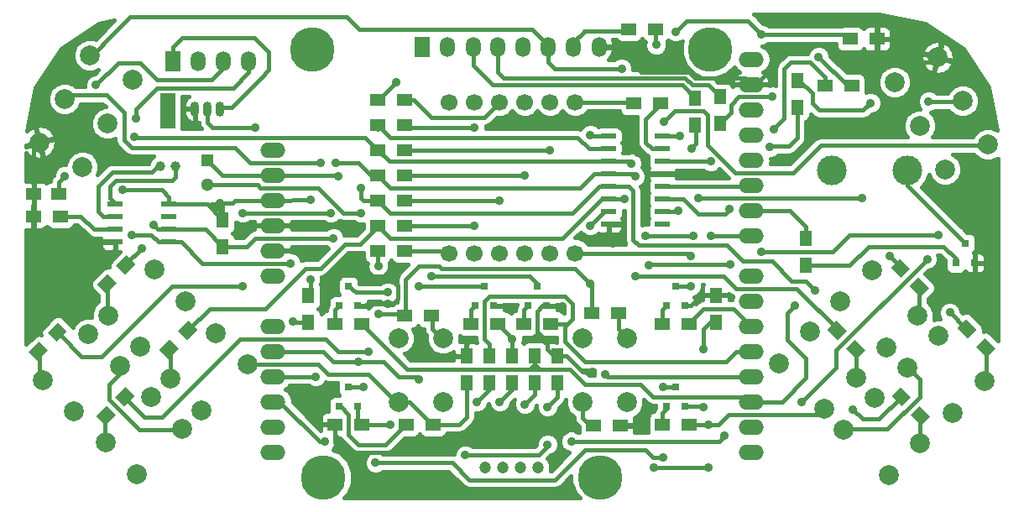
<source format=gbr>
G04 #@! TF.FileFunction,Copper,L1,Top,Signal*
%FSLAX46Y46*%
G04 Gerber Fmt 4.6, Leading zero omitted, Abs format (unit mm)*
G04 Created by KiCad (PCBNEW 4.0.6) date 11/30/17 16:48:59*
%MOMM*%
%LPD*%
G01*
G04 APERTURE LIST*
%ADD10C,0.300000*%
%ADD11C,2.000000*%
%ADD12C,3.000000*%
%ADD13C,1.700000*%
%ADD14C,4.500000*%
%ADD15O,2.540000X1.524000*%
%ADD16R,0.800100X0.800100*%
%ADD17R,1.500000X0.600000*%
%ADD18R,1.550000X0.600000*%
%ADD19C,1.200000*%
%ADD20R,1.300000X1.500000*%
%ADD21R,1.500000X1.300000*%
%ADD22R,1.500000X1.250000*%
%ADD23C,1.000760*%
%ADD24R,1.524000X3.524000*%
%ADD25O,0.899160X1.501140*%
%ADD26R,1.300000X1.300000*%
%ADD27C,1.300000*%
%ADD28O,1.500000X2.000000*%
%ADD29R,1.500000X2.000000*%
%ADD30C,0.889000*%
%ADD31C,0.381000*%
G04 APERTURE END LIST*
D10*
D11*
X193171981Y-99298019D03*
X189990000Y-102480000D03*
X188575786Y-94701825D03*
X185393806Y-97883806D03*
D12*
X177810160Y-77978000D03*
X185409840Y-77978000D03*
D13*
X139192000Y-86360000D03*
X141732000Y-86360000D03*
X144272000Y-86360000D03*
X146812000Y-86360000D03*
X149352000Y-86360000D03*
X151892000Y-86360000D03*
X151892000Y-71120000D03*
X149352000Y-71120000D03*
X146812000Y-71120000D03*
X144272000Y-71120000D03*
X141732000Y-71120000D03*
X139192000Y-71120000D03*
D14*
X126492000Y-108966000D03*
D15*
X121412000Y-106426000D03*
X121412000Y-103886000D03*
X121412000Y-101346000D03*
X121412000Y-93726000D03*
X121412000Y-96266000D03*
X121412000Y-98806000D03*
X121412000Y-88646000D03*
X121412000Y-86106000D03*
X121412000Y-83566000D03*
X121412000Y-78486000D03*
X121412000Y-75946000D03*
X169672000Y-106426000D03*
X169672000Y-103886000D03*
X169672000Y-101346000D03*
X169672000Y-98806000D03*
X169672000Y-96266000D03*
X169672000Y-93726000D03*
X169672000Y-91186000D03*
X169672000Y-88646000D03*
X169672000Y-84582000D03*
X169672000Y-82042000D03*
X169672000Y-79502000D03*
X169672000Y-76962000D03*
X169672000Y-74422000D03*
X169672000Y-71882000D03*
X169672000Y-69342000D03*
X169672000Y-66802000D03*
X121412000Y-81026000D03*
D14*
X154432000Y-108966000D03*
D16*
X141798000Y-91678760D03*
X143698000Y-91678760D03*
X142748000Y-89679780D03*
D17*
X155288000Y-74549000D03*
X155288000Y-75819000D03*
X155288000Y-77089000D03*
X155288000Y-78359000D03*
X155288000Y-79629000D03*
X155288000Y-80899000D03*
X155288000Y-82169000D03*
X155288000Y-83439000D03*
X160688000Y-83439000D03*
X160688000Y-82169000D03*
X160688000Y-80899000D03*
X160688000Y-79629000D03*
X160688000Y-78359000D03*
X160688000Y-77089000D03*
X160688000Y-75819000D03*
X160688000Y-74549000D03*
D18*
X105504000Y-81407000D03*
X105504000Y-82677000D03*
X105504000Y-83947000D03*
X105504000Y-85217000D03*
X110904000Y-85217000D03*
X110904000Y-83947000D03*
X110904000Y-82677000D03*
X110904000Y-81407000D03*
D16*
X128082000Y-91678760D03*
X129982000Y-91678760D03*
X129032000Y-89679780D03*
D19*
X142810000Y-107950000D03*
X144588000Y-107950000D03*
X148144000Y-107950000D03*
X146366000Y-107950000D03*
D20*
X124968000Y-93298000D03*
X124968000Y-90598000D03*
X116332000Y-85678000D03*
X116332000Y-82978000D03*
X147828000Y-96694000D03*
X147828000Y-99394000D03*
X145542000Y-96694000D03*
X145542000Y-99394000D03*
X143256000Y-96694000D03*
X143256000Y-99394000D03*
X174300000Y-71650000D03*
X174300000Y-68950000D03*
D21*
X130382000Y-93472000D03*
X127682000Y-93472000D03*
X144098000Y-93472000D03*
X141398000Y-93472000D03*
X149432000Y-93472000D03*
X146732000Y-93472000D03*
X163402000Y-93472000D03*
X160702000Y-93472000D03*
X132000000Y-86106000D03*
X134700000Y-86106000D03*
X132000000Y-83566000D03*
X134700000Y-83566000D03*
X132000000Y-81026000D03*
X134700000Y-81026000D03*
X132000000Y-78486000D03*
X134700000Y-78486000D03*
X132000000Y-75946000D03*
X134700000Y-75946000D03*
X132000000Y-73406000D03*
X134700000Y-73406000D03*
X132000000Y-70866000D03*
X134700000Y-70866000D03*
X160500000Y-71250000D03*
X157800000Y-71250000D03*
D20*
X150114000Y-99394000D03*
X150114000Y-96694000D03*
X175200000Y-87600000D03*
X175200000Y-84900000D03*
D21*
X130382000Y-103632000D03*
X127682000Y-103632000D03*
D20*
X166116000Y-93298000D03*
X166116000Y-90598000D03*
D22*
X97290000Y-80400000D03*
X99790000Y-80400000D03*
D23*
X110050700Y-77600000D03*
X111549300Y-77600000D03*
D24*
X110800000Y-72012000D03*
D16*
X161102000Y-101838760D03*
X163002000Y-101838760D03*
X162052000Y-99839780D03*
X128082000Y-101838760D03*
X129982000Y-101838760D03*
X129032000Y-99839780D03*
X190312000Y-87360760D03*
X192212000Y-87360760D03*
X191262000Y-85361780D03*
X161102000Y-91678760D03*
X163002000Y-91678760D03*
X162052000Y-89679780D03*
X147132000Y-91678760D03*
X149032000Y-91678760D03*
X148082000Y-89679780D03*
D25*
X114830000Y-71810000D03*
X113560000Y-71810000D03*
X116100000Y-71810000D03*
D26*
X114808000Y-76962000D03*
D27*
X114808000Y-79462000D03*
D21*
X97260000Y-82640000D03*
X99960000Y-82640000D03*
D28*
X144100000Y-65550000D03*
X141600000Y-65550000D03*
X139000000Y-65550000D03*
D29*
X136500000Y-65550000D03*
D28*
X146600000Y-65550000D03*
X149200000Y-65550000D03*
X151700000Y-65550000D03*
X154300000Y-65550000D03*
D21*
X182350000Y-64750000D03*
X179650000Y-64750000D03*
D20*
X164000000Y-73400000D03*
X164000000Y-70700000D03*
X166500000Y-73250000D03*
X166500000Y-70550000D03*
D21*
X177100000Y-69500000D03*
X179800000Y-69500000D03*
X160036500Y-63754000D03*
X157336500Y-63754000D03*
X160700000Y-103630000D03*
X163400000Y-103630000D03*
X134880000Y-103630000D03*
X137580000Y-103630000D03*
X153730000Y-103770000D03*
X156430000Y-103770000D03*
D20*
X140930000Y-99450000D03*
X140930000Y-96750000D03*
D11*
X138570000Y-101420000D03*
X134070000Y-101420000D03*
X138570000Y-94920000D03*
X134070000Y-94920000D03*
X157140000Y-101420000D03*
X152640000Y-101420000D03*
X157140000Y-94920000D03*
X152640000Y-94920000D03*
X115648019Y-94428019D03*
X118830000Y-97610000D03*
X111051825Y-99024214D03*
X114233806Y-102206194D03*
X180211981Y-98908019D03*
X177030000Y-102090000D03*
X175615786Y-94311825D03*
X172433806Y-97493806D03*
X109108019Y-100868019D03*
X112290000Y-104050000D03*
X104511825Y-105464214D03*
X107693806Y-108646194D03*
X186711981Y-105558019D03*
X183530000Y-108740000D03*
X182115786Y-100961825D03*
X178933806Y-104143806D03*
X102768019Y-94548019D03*
X105950000Y-97730000D03*
X98171825Y-99144214D03*
X101353806Y-102326194D03*
X109438019Y-88028019D03*
X112620000Y-91210000D03*
X104841825Y-92624214D03*
X108023806Y-95806194D03*
X186451981Y-92668019D03*
X183270000Y-95850000D03*
X181855786Y-88071825D03*
X178673806Y-91253806D03*
D21*
X134720000Y-92680000D03*
X137420000Y-92680000D03*
X153580000Y-92430000D03*
X156280000Y-92430000D03*
D10*
G36*
X112905305Y-93155457D02*
X113824543Y-94074695D01*
X112763883Y-95135355D01*
X111844645Y-94216117D01*
X112905305Y-93155457D01*
X112905305Y-93155457D01*
G37*
G36*
X110996117Y-95064645D02*
X111915355Y-95983883D01*
X110854695Y-97044543D01*
X109935457Y-96125305D01*
X110996117Y-95064645D01*
X110996117Y-95064645D01*
G37*
G36*
X177305457Y-94084695D02*
X178224695Y-93165457D01*
X179285355Y-94226117D01*
X178366117Y-95145355D01*
X177305457Y-94084695D01*
X177305457Y-94084695D01*
G37*
G36*
X179214645Y-95993883D02*
X180133883Y-95074645D01*
X181194543Y-96135305D01*
X180275305Y-97054543D01*
X179214645Y-95993883D01*
X179214645Y-95993883D01*
G37*
G36*
X106545305Y-99835457D02*
X107464543Y-100754695D01*
X106403883Y-101815355D01*
X105484645Y-100896117D01*
X106545305Y-99835457D01*
X106545305Y-99835457D01*
G37*
G36*
X104636117Y-101744645D02*
X105555355Y-102663883D01*
X104494695Y-103724543D01*
X103575457Y-102805305D01*
X104636117Y-101744645D01*
X104636117Y-101744645D01*
G37*
G36*
X183795457Y-100774695D02*
X184714695Y-99855457D01*
X185775355Y-100916117D01*
X184856117Y-101835355D01*
X183795457Y-100774695D01*
X183795457Y-100774695D01*
G37*
G36*
X185704645Y-102683883D02*
X186623883Y-101764645D01*
X187684543Y-102825305D01*
X186765305Y-103744543D01*
X185704645Y-102683883D01*
X185704645Y-102683883D01*
G37*
G36*
X99735305Y-93335457D02*
X100654543Y-94254695D01*
X99593883Y-95315355D01*
X98674645Y-94396117D01*
X99735305Y-93335457D01*
X99735305Y-93335457D01*
G37*
G36*
X97826117Y-95244645D02*
X98745355Y-96163883D01*
X97684695Y-97224543D01*
X96765457Y-96305305D01*
X97826117Y-95244645D01*
X97826117Y-95244645D01*
G37*
G36*
X190425457Y-93924695D02*
X191344695Y-93005457D01*
X192405355Y-94066117D01*
X191486117Y-94985355D01*
X190425457Y-93924695D01*
X190425457Y-93924695D01*
G37*
G36*
X192334645Y-95833883D02*
X193253883Y-94914645D01*
X194314543Y-95975305D01*
X193395305Y-96894543D01*
X192334645Y-95833883D01*
X192334645Y-95833883D01*
G37*
G36*
X106665305Y-86545457D02*
X107584543Y-87464695D01*
X106523883Y-88525355D01*
X105604645Y-87606117D01*
X106665305Y-86545457D01*
X106665305Y-86545457D01*
G37*
G36*
X104756117Y-88454645D02*
X105675355Y-89373883D01*
X104614695Y-90434543D01*
X103695457Y-89515305D01*
X104756117Y-88454645D01*
X104756117Y-88454645D01*
G37*
G36*
X183715457Y-87794695D02*
X184634695Y-86875457D01*
X185695355Y-87936117D01*
X184776117Y-88855355D01*
X183715457Y-87794695D01*
X183715457Y-87794695D01*
G37*
G36*
X185624645Y-89703883D02*
X186543883Y-88784645D01*
X187604543Y-89845305D01*
X186685305Y-90764543D01*
X185624645Y-89703883D01*
X185624645Y-89703883D01*
G37*
D28*
X118940000Y-67020000D03*
X116440000Y-67020000D03*
X113840000Y-67020000D03*
D29*
X111340000Y-67020000D03*
D14*
X125349000Y-65786000D03*
X165544500Y-65786000D03*
D11*
X107270127Y-68900591D03*
X102940000Y-66400591D03*
X102190127Y-77699409D03*
X104730127Y-73300000D03*
X97860000Y-75199409D03*
X100400000Y-70800000D03*
X189209873Y-77899409D03*
X193540000Y-75399409D03*
X184129873Y-69100591D03*
X186669873Y-73500000D03*
X188460000Y-66600591D03*
X191000000Y-71000000D03*
D30*
X191580000Y-78710000D03*
X140000000Y-105200000D03*
X158240000Y-76200000D03*
X158242000Y-103632000D03*
X153670000Y-98298000D03*
X164291000Y-78359000D03*
X129150000Y-83600000D03*
X129200000Y-86950000D03*
X155702000Y-85344000D03*
X150622000Y-91694000D03*
X136144000Y-94234000D03*
X133000000Y-91500000D03*
X164672000Y-90598000D03*
X145034000Y-91948000D03*
X116078000Y-81280000D03*
X106200000Y-80000000D03*
X100400000Y-78600000D03*
X160083500Y-65341500D03*
X125200000Y-89000000D03*
X125200000Y-81000000D03*
X162306000Y-82042000D03*
X162433000Y-74549000D03*
X153416000Y-83566000D03*
X153416000Y-89408000D03*
X132050000Y-87650000D03*
X132080000Y-92456000D03*
X157988000Y-88646000D03*
X156860000Y-80910000D03*
X179930000Y-102150000D03*
X176130000Y-90130000D03*
X131064000Y-96266000D03*
X130302000Y-79756000D03*
X189700000Y-92350000D03*
X157960000Y-78640000D03*
X159300000Y-87550000D03*
X167530000Y-87520000D03*
X170650000Y-86260000D03*
X188520000Y-84540000D03*
X127254000Y-82296000D03*
X127762000Y-77216000D03*
X118364000Y-82296000D03*
X118364000Y-89662000D03*
X157580000Y-77310000D03*
X183642000Y-86614000D03*
X164338000Y-80772000D03*
X159004000Y-84582000D03*
X163830000Y-84582000D03*
X180850000Y-80790000D03*
X108204000Y-85852000D03*
X107440000Y-74630000D03*
X160845500Y-73088500D03*
X156591000Y-67754500D03*
X160782000Y-99822000D03*
X160782000Y-106934000D03*
X131750000Y-107500000D03*
X128000000Y-78600000D03*
X130556000Y-99822000D03*
X136144000Y-99060000D03*
X149098000Y-105664000D03*
X149098000Y-101854000D03*
X140800000Y-106750000D03*
X130302000Y-82296000D03*
X130048000Y-97282000D03*
X133260000Y-103680000D03*
X151520000Y-105360000D03*
X166940000Y-104800000D03*
X164846000Y-101854000D03*
X164846000Y-96012000D03*
X163576000Y-89662000D03*
X163576000Y-86614000D03*
X137414000Y-88646000D03*
X136144000Y-89662000D03*
X133000000Y-90300000D03*
X165354000Y-103632000D03*
X165354000Y-107950000D03*
X159800000Y-107950000D03*
X133858000Y-69088000D03*
X153416000Y-74422000D03*
X141732000Y-73660000D03*
X149352000Y-75946000D03*
X146812000Y-78486000D03*
X144272000Y-81026000D03*
X141732000Y-83566000D03*
X163650000Y-75850000D03*
X154940000Y-98552000D03*
X145542000Y-94996000D03*
X174050000Y-91650000D03*
X171800000Y-70550000D03*
X181700000Y-71200000D03*
X141986000Y-101346000D03*
X144272000Y-101346000D03*
X146812000Y-101600000D03*
X107600000Y-72800000D03*
X109350000Y-83500000D03*
X127508000Y-84836000D03*
X103550000Y-69400000D03*
X107200000Y-84550000D03*
X123190000Y-87376000D03*
X123444000Y-93218000D03*
X125730000Y-98806000D03*
X126238000Y-77216000D03*
X119634000Y-73660000D03*
X165600000Y-84600000D03*
X165600000Y-77100000D03*
X167450000Y-81950000D03*
X171950000Y-73850000D03*
X187550000Y-71050000D03*
X174750000Y-101400000D03*
X187400000Y-86950000D03*
X126650000Y-105400000D03*
X170700000Y-64300000D03*
X162052000Y-64008000D03*
X176450000Y-66550000D03*
X171550000Y-75650000D03*
D31*
X97290000Y-80400000D02*
X97290000Y-75769409D01*
X97290000Y-75769409D02*
X97860000Y-75199409D01*
X97950000Y-75289409D02*
X97860000Y-75199409D01*
X181200000Y-67050000D02*
X188010591Y-67050000D01*
X188010591Y-67050000D02*
X188460000Y-66600591D01*
X174150000Y-65250000D02*
X177300000Y-65250000D01*
X177300000Y-65250000D02*
X179100000Y-67050000D01*
X179100000Y-67050000D02*
X181200000Y-67050000D01*
X181200000Y-67050000D02*
X181250000Y-67050000D01*
X174150000Y-65250000D02*
X170058000Y-69342000D01*
X158571998Y-68071998D02*
X163385498Y-68071998D01*
X158571998Y-68071998D02*
X156850000Y-66350000D01*
X156050000Y-65550000D02*
X156850000Y-66350000D01*
X154300000Y-65550000D02*
X156050000Y-65550000D01*
X164020500Y-68707000D02*
X169037000Y-68707000D01*
X163385498Y-68071998D02*
X164020500Y-68707000D01*
X169037000Y-68707000D02*
X169672000Y-69342000D01*
X169672000Y-69342000D02*
X167767000Y-69342000D01*
X127682000Y-105232000D02*
X127682000Y-105432000D01*
X127682000Y-105232000D02*
X127682000Y-103632000D01*
X138700000Y-106500000D02*
X140000000Y-105200000D01*
X128750000Y-106500000D02*
X138700000Y-106500000D01*
X127682000Y-105432000D02*
X128750000Y-106500000D01*
X159219000Y-78359000D02*
X160688000Y-78359000D01*
X158950000Y-78090000D02*
X159219000Y-78359000D01*
X158950000Y-76910000D02*
X158950000Y-78090000D01*
X158240000Y-76200000D02*
X158950000Y-76910000D01*
X151050000Y-96694000D02*
X150114000Y-96694000D01*
X152654000Y-98298000D02*
X153670000Y-98298000D01*
X151050000Y-96694000D02*
X152654000Y-98298000D01*
X167792000Y-69342000D02*
X169672000Y-69342000D01*
X164291000Y-78359000D02*
X164300000Y-78350000D01*
X160688000Y-78359000D02*
X164291000Y-78359000D01*
X169672000Y-69342000D02*
X170058000Y-69342000D01*
X169672000Y-69342000D02*
X170292000Y-69342000D01*
X133000000Y-91500000D02*
X133500000Y-91500000D01*
X129150000Y-83600000D02*
X128834000Y-83566000D01*
X129200000Y-87700000D02*
X129200000Y-86950000D01*
X130150000Y-88650000D02*
X129200000Y-87700000D01*
X133050000Y-88650000D02*
X130150000Y-88650000D01*
X134050000Y-89650000D02*
X133050000Y-88650000D01*
X134050000Y-90950000D02*
X134050000Y-89650000D01*
X133500000Y-91500000D02*
X134050000Y-90950000D01*
X155288000Y-83439000D02*
X155288000Y-84168000D01*
X155288000Y-84168000D02*
X155702000Y-84582000D01*
X155702000Y-84582000D02*
X155702000Y-85344000D01*
X149032000Y-91678760D02*
X150606760Y-91678760D01*
X150606760Y-91678760D02*
X150622000Y-91694000D01*
X131300000Y-91500000D02*
X133000000Y-91500000D01*
X130571240Y-91678760D02*
X131300000Y-91500000D01*
X129982000Y-91678760D02*
X130571240Y-91678760D01*
X166116000Y-90598000D02*
X164672000Y-90598000D01*
X144764760Y-91678760D02*
X145034000Y-91948000D01*
X143698000Y-91678760D02*
X144764760Y-91678760D01*
X150114000Y-96694000D02*
X149780000Y-96694000D01*
X149780000Y-96694000D02*
X149098000Y-96012000D01*
X149098000Y-96012000D02*
X149098000Y-95250000D01*
X149098000Y-95250000D02*
X148082000Y-94234000D01*
X148605240Y-91678760D02*
X148082000Y-92202000D01*
X148082000Y-92202000D02*
X148082000Y-94234000D01*
X148605240Y-91678760D02*
X149032000Y-91678760D01*
X163002000Y-91678760D02*
X163591240Y-91678760D01*
X163591240Y-91678760D02*
X164672000Y-90598000D01*
X111340000Y-67020000D02*
X111340000Y-65530000D01*
X117210000Y-71690000D02*
X117990000Y-70910000D01*
X120200000Y-68700000D02*
X117990000Y-70910000D01*
X117210000Y-71690000D02*
X116090000Y-71690000D01*
X121010000Y-67890000D02*
X120200000Y-68700000D01*
X121010000Y-66110000D02*
X121010000Y-67890000D01*
X119520000Y-64620000D02*
X121010000Y-66110000D01*
X112250000Y-64620000D02*
X119520000Y-64620000D01*
X111340000Y-65530000D02*
X112250000Y-64620000D01*
X99790000Y-80400000D02*
X99790000Y-79210000D01*
X99790000Y-79210000D02*
X100400000Y-78600000D01*
X110904000Y-80704000D02*
X110200000Y-80000000D01*
X110200000Y-80000000D02*
X106200000Y-80000000D01*
X110904000Y-81407000D02*
X110904000Y-80704000D01*
X100400000Y-78600000D02*
X100450000Y-78650000D01*
X160036500Y-63754000D02*
X160036500Y-65294500D01*
X160036500Y-65294500D02*
X160083500Y-65341500D01*
X125200000Y-90366000D02*
X125200000Y-89600000D01*
X125200000Y-89000000D02*
X125200000Y-89600000D01*
X125200000Y-81000000D02*
X121412000Y-81026000D01*
X125200000Y-90366000D02*
X124968000Y-90598000D01*
X116332000Y-82978000D02*
X116332000Y-81534000D01*
X116332000Y-81534000D02*
X116078000Y-81280000D01*
X116078000Y-81280000D02*
X116078000Y-81534000D01*
X116078000Y-81534000D02*
X115697000Y-81915000D01*
X115570000Y-81407000D02*
X115189000Y-81407000D01*
X115189000Y-81407000D02*
X115697000Y-81915000D01*
X116078000Y-81280000D02*
X116078000Y-82724000D01*
X116078000Y-82724000D02*
X116332000Y-82978000D01*
X115570000Y-81407000D02*
X115570000Y-82216000D01*
X115570000Y-82216000D02*
X116332000Y-82978000D01*
X116332000Y-81534000D02*
X116078000Y-81280000D01*
X121412000Y-81026000D02*
X117602000Y-81026000D01*
X117348000Y-81280000D02*
X116078000Y-81280000D01*
X117602000Y-81026000D02*
X117348000Y-81280000D01*
X115951000Y-81407000D02*
X115570000Y-81407000D01*
X116078000Y-81280000D02*
X115951000Y-81407000D01*
X114761000Y-81407000D02*
X116332000Y-82978000D01*
X114761000Y-81407000D02*
X110904000Y-81407000D01*
X162179000Y-82169000D02*
X160688000Y-82169000D01*
X162306000Y-82042000D02*
X162179000Y-82169000D01*
X160561000Y-74422000D02*
X160688000Y-74549000D01*
X160688000Y-82169000D02*
X160147000Y-82169000D01*
X160688000Y-74549000D02*
X160147000Y-74549000D01*
X160688000Y-74549000D02*
X162433000Y-74549000D01*
X185409840Y-77978000D02*
X185409840Y-79509620D01*
X185409840Y-79509620D02*
X190246000Y-84345780D01*
X191262000Y-85361780D02*
X191262000Y-85344000D01*
X191262000Y-85344000D02*
X190246000Y-84328000D01*
X190246000Y-84328000D02*
X190246000Y-84345780D01*
X190246000Y-84345780D02*
X191008000Y-85107780D01*
X137494000Y-93982000D02*
X138358000Y-94846000D01*
X137494000Y-92456000D02*
X137494000Y-93982000D01*
X138430000Y-87884000D02*
X151892000Y-87884000D01*
X151892000Y-87884000D02*
X153416000Y-89408000D01*
X138176000Y-87630000D02*
X138430000Y-87884000D01*
X136144000Y-87630000D02*
X138176000Y-87630000D01*
X134794000Y-88980000D02*
X136144000Y-87630000D01*
X134794000Y-88980000D02*
X134794000Y-92456000D01*
X153590000Y-92456000D02*
X153590000Y-89582000D01*
X153590000Y-89582000D02*
X153416000Y-89408000D01*
X153416000Y-83566000D02*
X154813000Y-82169000D01*
X132080000Y-92456000D02*
X134794000Y-92456000D01*
X131970000Y-87570000D02*
X132050000Y-87650000D01*
X132000000Y-86106000D02*
X131970000Y-87570000D01*
X155288000Y-82169000D02*
X154813000Y-82169000D01*
X156290000Y-92456000D02*
X156290000Y-93982000D01*
X156290000Y-93982000D02*
X157154000Y-94846000D01*
X111059406Y-98915795D02*
X111093825Y-98950214D01*
X111059406Y-95950594D02*
X111059406Y-98915795D01*
X166878000Y-88646000D02*
X157988000Y-88646000D01*
X174244000Y-89916000D02*
X168148000Y-89916000D01*
X178623406Y-94295406D02*
X174244000Y-89916000D01*
X166878000Y-88646000D02*
X168148000Y-89916000D01*
X156849000Y-80899000D02*
X155288000Y-80899000D01*
X156860000Y-80910000D02*
X156849000Y-80899000D01*
X132000000Y-83566000D02*
X132000000Y-83650000D01*
X132000000Y-83650000D02*
X130200000Y-85450000D01*
X115062000Y-91948000D02*
X112968594Y-94041406D01*
X120650000Y-91948000D02*
X124714000Y-87884000D01*
X125984000Y-87884000D02*
X124714000Y-87884000D01*
X115062000Y-91948000D02*
X120650000Y-91948000D01*
X126216000Y-87884000D02*
X125984000Y-87884000D01*
X128650000Y-85450000D02*
X126216000Y-87884000D01*
X130200000Y-85450000D02*
X128650000Y-85450000D01*
X150622000Y-84836000D02*
X133270000Y-84836000D01*
X154559000Y-80899000D02*
X150622000Y-84836000D01*
X133270000Y-84836000D02*
X132000000Y-83566000D01*
X155288000Y-80899000D02*
X154559000Y-80899000D01*
X180278594Y-95950594D02*
X180278594Y-98867406D01*
X180278594Y-98867406D02*
X180219981Y-98926019D01*
X180532594Y-98613406D02*
X180219981Y-98926019D01*
X104455406Y-105519795D02*
X104489825Y-105554214D01*
X104455406Y-102554594D02*
X104455406Y-105519795D01*
X173730000Y-89150000D02*
X175150000Y-89150000D01*
X182530812Y-103100000D02*
X184785406Y-100845406D01*
X180880000Y-103100000D02*
X182530812Y-103100000D01*
X179930000Y-102150000D02*
X180880000Y-103100000D01*
X175150000Y-89150000D02*
X176130000Y-90130000D01*
X155288000Y-79629000D02*
X157309000Y-79629000D01*
X171750000Y-87170000D02*
X173730000Y-89150000D01*
X173730000Y-89150000D02*
X173740000Y-89160000D01*
X168810000Y-87170000D02*
X171750000Y-87170000D01*
X167220000Y-85580000D02*
X168810000Y-87170000D01*
X158280000Y-85580000D02*
X167220000Y-85580000D01*
X157750000Y-85050000D02*
X158280000Y-85580000D01*
X157750000Y-80070000D02*
X157750000Y-85050000D01*
X157309000Y-79629000D02*
X157750000Y-80070000D01*
X126746000Y-94996000D02*
X118110000Y-94996000D01*
X118110000Y-94996000D02*
X110236000Y-102870000D01*
X108458000Y-102870000D02*
X110236000Y-102870000D01*
X106364594Y-100776594D02*
X108458000Y-102870000D01*
X128016000Y-96266000D02*
X131064000Y-96266000D01*
X126746000Y-94996000D02*
X128016000Y-96266000D01*
X106364594Y-100645406D02*
X106364594Y-100776594D01*
X132000000Y-81026000D02*
X130556000Y-81026000D01*
X130302000Y-80772000D02*
X130302000Y-79756000D01*
X130556000Y-81026000D02*
X130302000Y-80772000D01*
X154305000Y-79629000D02*
X151638000Y-82296000D01*
X155288000Y-79629000D02*
X154305000Y-79629000D01*
X133270000Y-82296000D02*
X132000000Y-81026000D01*
X151638000Y-82296000D02*
X133270000Y-82296000D01*
X186694594Y-102754594D02*
X186694594Y-105540632D01*
X186694594Y-105540632D02*
X186711981Y-105558019D01*
X186882594Y-105471406D02*
X186823981Y-105530019D01*
X97851406Y-98915795D02*
X98139825Y-99204214D01*
X97851406Y-96458594D02*
X97851406Y-98915795D01*
X191345406Y-93995406D02*
X191415406Y-93995406D01*
X189700000Y-92350000D02*
X191345406Y-93995406D01*
X157679000Y-78359000D02*
X157960000Y-78640000D01*
X159300000Y-87550000D02*
X159330000Y-87520000D01*
X159330000Y-87520000D02*
X167530000Y-87520000D01*
X170650000Y-86260000D02*
X177850000Y-86260000D01*
X177850000Y-86260000D02*
X179570000Y-84540000D01*
X179570000Y-84540000D02*
X188520000Y-84540000D01*
X155288000Y-78359000D02*
X157679000Y-78359000D01*
X191484594Y-93995406D02*
X191415406Y-93995406D01*
X127762000Y-77216000D02*
X130048000Y-77216000D01*
X131318000Y-78486000D02*
X130048000Y-77216000D01*
X102108000Y-96774000D02*
X104140000Y-96774000D01*
X102108000Y-96774000D02*
X99883406Y-94549406D01*
X111252000Y-89662000D02*
X104140000Y-96774000D01*
X111252000Y-89662000D02*
X118364000Y-89662000D01*
X118364000Y-82296000D02*
X127254000Y-82296000D01*
X131318000Y-78486000D02*
X132000000Y-78486000D01*
X99760594Y-94549406D02*
X99883406Y-94549406D01*
X155288000Y-78359000D02*
X153797000Y-78359000D01*
X133270000Y-79756000D02*
X132000000Y-78486000D01*
X152400000Y-79756000D02*
X133270000Y-79756000D01*
X153797000Y-78359000D02*
X152400000Y-79756000D01*
X193324594Y-95904594D02*
X193324594Y-99145406D01*
X193324594Y-99145406D02*
X193171981Y-99298019D01*
X193232594Y-99121406D02*
X193173981Y-99180019D01*
X193486594Y-98867406D02*
X193173981Y-99180019D01*
X193232594Y-99121406D02*
X193173981Y-99180019D01*
X104709406Y-92565795D02*
X104743825Y-92600214D01*
X104709406Y-89600594D02*
X104709406Y-92565795D01*
X157359000Y-77089000D02*
X157580000Y-77310000D01*
X184973406Y-87945406D02*
X183642000Y-86614000D01*
X164338000Y-80772000D02*
X180850000Y-80790000D01*
X159004000Y-84582000D02*
X163830000Y-84582000D01*
X157359000Y-77089000D02*
X155288000Y-77089000D01*
X106618594Y-87437406D02*
X108204000Y-85852000D01*
X130730000Y-74676000D02*
X132000000Y-75946000D01*
X112522000Y-74676000D02*
X130730000Y-74676000D01*
X107486000Y-74676000D02*
X112522000Y-74676000D01*
X107440000Y-74630000D02*
X107486000Y-74676000D01*
X106618594Y-87691406D02*
X106618594Y-87437406D01*
X155288000Y-77089000D02*
X133143000Y-77089000D01*
X133143000Y-77089000D02*
X132000000Y-75946000D01*
X186628594Y-89600594D02*
X186628594Y-92517406D01*
X186628594Y-92517406D02*
X186569981Y-92576019D01*
X133900000Y-63800000D02*
X130094000Y-63800000D01*
X102740000Y-66800591D02*
X105740591Y-63800000D01*
X147600000Y-63800000D02*
X149200000Y-65400000D01*
X147600000Y-63800000D02*
X133900000Y-63800000D01*
X106993091Y-62547500D02*
X105740591Y-63800000D01*
X128841500Y-62547500D02*
X106993091Y-62547500D01*
X130094000Y-63800000D02*
X128841500Y-62547500D01*
X149200000Y-65550000D02*
X149200000Y-67094500D01*
X176659091Y-75499409D02*
X190149409Y-75499409D01*
X173926500Y-78232000D02*
X176659091Y-75499409D01*
X168084500Y-78232000D02*
X173926500Y-78232000D01*
X165290500Y-75438000D02*
X168084500Y-78232000D01*
X165290500Y-72453500D02*
X165290500Y-75438000D01*
X164846000Y-72009000D02*
X165290500Y-72453500D01*
X161925000Y-72009000D02*
X164846000Y-72009000D01*
X160845500Y-73088500D02*
X161925000Y-72009000D01*
X149860000Y-67754500D02*
X156591000Y-67754500D01*
X149200000Y-67094500D02*
X149860000Y-67754500D01*
X131750000Y-107500000D02*
X139500000Y-107500000D01*
X160799780Y-99839780D02*
X160782000Y-99822000D01*
X152908000Y-106172000D02*
X159004000Y-106172000D01*
X152908000Y-106172000D02*
X149860000Y-109220000D01*
X159766000Y-106934000D02*
X160782000Y-106934000D01*
X159004000Y-106172000D02*
X159766000Y-106934000D01*
X162052000Y-99839780D02*
X160799780Y-99839780D01*
X141220000Y-109220000D02*
X149860000Y-109220000D01*
X139500000Y-107500000D02*
X141220000Y-109220000D01*
X149200000Y-65550000D02*
X149200000Y-65300000D01*
X190149409Y-75499409D02*
X193490000Y-75499409D01*
X193548000Y-75519409D02*
X192613409Y-75519409D01*
X127886000Y-78486000D02*
X128000000Y-78600000D01*
X126746000Y-78486000D02*
X121412000Y-78486000D01*
X126746000Y-78486000D02*
X127886000Y-78486000D01*
X149200000Y-65550000D02*
X149200000Y-65400000D01*
X129032000Y-99839780D02*
X130538220Y-99839780D01*
X130538220Y-99839780D02*
X130556000Y-99822000D01*
X121412000Y-78486000D02*
X116332000Y-78486000D01*
X116332000Y-78486000D02*
X114808000Y-76962000D01*
X149098000Y-105664000D02*
X149098000Y-105852000D01*
X136144000Y-99060000D02*
X135890000Y-98806000D01*
X135890000Y-98806000D02*
X134112000Y-98806000D01*
X150114000Y-99394000D02*
X150114000Y-100838000D01*
X150114000Y-100838000D02*
X149098000Y-101854000D01*
X132588000Y-97282000D02*
X134112000Y-98806000D01*
X132588000Y-97282000D02*
X130048000Y-97282000D01*
X148200000Y-106750000D02*
X140800000Y-106750000D01*
X149098000Y-105852000D02*
X148200000Y-106750000D01*
X120142000Y-79756000D02*
X125984000Y-79756000D01*
X119848000Y-79462000D02*
X120142000Y-79756000D01*
X114808000Y-79462000D02*
X119848000Y-79462000D01*
X125984000Y-79756000D02*
X128524000Y-82296000D01*
X128524000Y-82296000D02*
X130302000Y-82296000D01*
X130048000Y-97282000D02*
X127508000Y-97282000D01*
X121412000Y-96266000D02*
X126492000Y-96266000D01*
X126492000Y-96266000D02*
X127508000Y-97282000D01*
X130430000Y-103680000D02*
X133260000Y-103680000D01*
X130430000Y-103680000D02*
X130382000Y-103632000D01*
X165180000Y-105330000D02*
X166410000Y-105330000D01*
X151520000Y-105360000D02*
X151550000Y-105330000D01*
X151550000Y-105330000D02*
X165180000Y-105330000D01*
X166410000Y-105330000D02*
X166940000Y-104800000D01*
X129982000Y-101838760D02*
X129982000Y-103232000D01*
X129982000Y-103232000D02*
X130382000Y-103632000D01*
X160702000Y-103886000D02*
X160702000Y-102492760D01*
X160702000Y-102492760D02*
X161102000Y-102092760D01*
X166116000Y-93298000D02*
X166116000Y-93366000D01*
X163002000Y-101838760D02*
X164830760Y-101838760D01*
X164830760Y-101838760D02*
X164846000Y-101854000D01*
X164846000Y-93980000D02*
X165528000Y-93298000D01*
X164846000Y-93980000D02*
X164846000Y-96012000D01*
X166116000Y-93298000D02*
X165528000Y-93298000D01*
X166116000Y-93298000D02*
X165782000Y-93298000D01*
X166116000Y-93298000D02*
X166450000Y-93298000D01*
X169672000Y-74422000D02*
X169418000Y-74422000D01*
X132762000Y-105664000D02*
X134794000Y-103632000D01*
X130048000Y-105664000D02*
X132762000Y-105664000D01*
X128254760Y-101838760D02*
X129032000Y-102616000D01*
X128082000Y-101838760D02*
X128254760Y-101838760D01*
X129032000Y-102616000D02*
X129032000Y-104648000D01*
X129032000Y-104648000D02*
X130048000Y-105664000D01*
X175200000Y-87600000D02*
X179600000Y-87600000D01*
X190312000Y-86934000D02*
X190312000Y-87360760D01*
X190312000Y-86934000D02*
X189056000Y-85678000D01*
X181522000Y-85678000D02*
X189056000Y-85678000D01*
X179600000Y-87600000D02*
X181522000Y-85678000D01*
X160702000Y-93472000D02*
X160702000Y-92078760D01*
X160702000Y-92078760D02*
X161102000Y-91678760D01*
X163576000Y-89662000D02*
X163558220Y-89679780D01*
X162052000Y-89679780D02*
X163558220Y-89679780D01*
X163322000Y-86360000D02*
X151892000Y-86360000D01*
X163322000Y-86360000D02*
X163576000Y-86614000D01*
X146732000Y-93472000D02*
X146732000Y-92078760D01*
X146732000Y-92078760D02*
X147132000Y-91678760D01*
X147320000Y-88646000D02*
X137414000Y-88646000D01*
X147320000Y-88646000D02*
X148082000Y-89408000D01*
X148082000Y-89679780D02*
X148082000Y-89408000D01*
X141398000Y-93472000D02*
X141398000Y-92078760D01*
X141398000Y-92078760D02*
X141798000Y-91678760D01*
X136161780Y-89679780D02*
X136144000Y-89662000D01*
X142748000Y-89679780D02*
X136161780Y-89679780D01*
X127682000Y-93472000D02*
X127682000Y-92078760D01*
X127682000Y-92078760D02*
X128082000Y-91678760D01*
X133000000Y-90300000D02*
X129750000Y-90300000D01*
X129750000Y-90300000D02*
X129032000Y-89679780D01*
X133000000Y-90300000D02*
X132982220Y-90317780D01*
X186690000Y-100838000D02*
X186690000Y-99060000D01*
X183412194Y-104115806D02*
X186690000Y-100838000D01*
X179045806Y-104115806D02*
X183412194Y-104115806D01*
X186690000Y-99060000D02*
X185395806Y-97765806D01*
X153336000Y-103632000D02*
X152654000Y-102950000D01*
X153336000Y-103632000D02*
X152654000Y-102950000D01*
X153590000Y-103632000D02*
X153336000Y-103632000D01*
X152654000Y-101600000D02*
X152654000Y-102950000D01*
X163402000Y-103632000D02*
X165354000Y-103632000D01*
X165354000Y-103632000D02*
X166370000Y-103632000D01*
X166370000Y-103632000D02*
X167386000Y-102616000D01*
X159800000Y-107950000D02*
X165354000Y-107950000D01*
X167386000Y-102616000D02*
X176530000Y-102616000D01*
X176530000Y-102616000D02*
X177038000Y-102108000D01*
X135208000Y-101346000D02*
X137494000Y-103632000D01*
X140208000Y-103632000D02*
X137494000Y-103632000D01*
X140970000Y-102870000D02*
X140208000Y-103632000D01*
X140970000Y-99394000D02*
X140970000Y-102870000D01*
X112268000Y-104140000D02*
X107950000Y-104140000D01*
X107950000Y-104140000D02*
X104902000Y-101092000D01*
X105918000Y-97790000D02*
X105918000Y-98552000D01*
X105918000Y-98552000D02*
X104902000Y-99568000D01*
X104902000Y-99568000D02*
X104902000Y-101092000D01*
X127000000Y-98552000D02*
X131064000Y-98552000D01*
X125984000Y-97536000D02*
X127000000Y-98552000D01*
X118872000Y-97536000D02*
X125984000Y-97536000D01*
X131064000Y-98552000D02*
X133858000Y-101346000D01*
X133858000Y-101346000D02*
X135208000Y-101346000D01*
X175200000Y-84900000D02*
X175200000Y-83680000D01*
X173562000Y-82042000D02*
X169672000Y-82042000D01*
X173562000Y-82042000D02*
X174498000Y-82978000D01*
X175200000Y-83680000D02*
X174498000Y-82978000D01*
X160500000Y-71250000D02*
X160500000Y-71350000D01*
X160500000Y-71350000D02*
X159004000Y-72846000D01*
X159004000Y-72846000D02*
X159004000Y-73914000D01*
X160688000Y-75819000D02*
X159639000Y-75819000D01*
X159004000Y-75184000D02*
X159004000Y-73914000D01*
X159639000Y-75819000D02*
X159004000Y-75184000D01*
X151892000Y-71120000D02*
X157670000Y-71120000D01*
X157670000Y-71120000D02*
X157800000Y-71250000D01*
X132000000Y-70866000D02*
X132080000Y-70866000D01*
X132080000Y-70866000D02*
X133858000Y-69088000D01*
X153543000Y-74549000D02*
X155288000Y-74549000D01*
X153416000Y-74422000D02*
X153543000Y-74549000D01*
X137414000Y-72644000D02*
X142748000Y-72644000D01*
X134700000Y-70866000D02*
X135636000Y-70866000D01*
X135636000Y-70866000D02*
X137414000Y-72644000D01*
X142748000Y-72644000D02*
X144272000Y-71120000D01*
X134954000Y-73660000D02*
X141732000Y-73660000D01*
X134954000Y-73660000D02*
X134700000Y-73406000D01*
X134700000Y-75946000D02*
X149352000Y-75946000D01*
X134700000Y-78486000D02*
X146812000Y-78486000D01*
X134700000Y-81026000D02*
X144272000Y-81026000D01*
X134700000Y-83566000D02*
X141732000Y-83566000D01*
X134700000Y-86106000D02*
X138938000Y-86106000D01*
X138938000Y-86106000D02*
X139192000Y-86360000D01*
X164846000Y-91948000D02*
X167894000Y-91948000D01*
X163402000Y-93392000D02*
X164846000Y-91948000D01*
X167894000Y-91948000D02*
X169672000Y-93726000D01*
X163402000Y-93472000D02*
X163402000Y-93392000D01*
X151638000Y-92964000D02*
X151130000Y-93472000D01*
X151638000Y-91440000D02*
X151638000Y-92964000D01*
X150876000Y-90678000D02*
X151638000Y-91440000D01*
X150876000Y-95250000D02*
X150876000Y-93726000D01*
X152908000Y-97282000D02*
X150876000Y-95250000D01*
X167132000Y-97282000D02*
X152908000Y-97282000D01*
X150876000Y-93726000D02*
X151130000Y-93472000D01*
X143256000Y-90678000D02*
X150876000Y-90678000D01*
X142748000Y-94996000D02*
X142748000Y-91186000D01*
X143256000Y-95504000D02*
X142748000Y-94996000D01*
X142748000Y-91186000D02*
X143256000Y-90678000D01*
X168148000Y-96266000D02*
X167132000Y-97282000D01*
X143256000Y-96694000D02*
X143256000Y-95504000D01*
X151130000Y-93472000D02*
X149432000Y-93472000D01*
X168148000Y-96266000D02*
X169672000Y-96266000D01*
X149432000Y-93472000D02*
X149098000Y-93472000D01*
X164084000Y-74502000D02*
X164084000Y-73484000D01*
X164084000Y-73484000D02*
X164000000Y-73400000D01*
X164100000Y-75300000D02*
X164084000Y-74502000D01*
X163650000Y-75850000D02*
X164100000Y-75300000D01*
X145542000Y-94996000D02*
X145542000Y-94916000D01*
X155194000Y-98806000D02*
X154940000Y-98552000D01*
X169672000Y-98806000D02*
X155194000Y-98806000D01*
X145542000Y-96694000D02*
X145542000Y-94996000D01*
X145542000Y-94916000D02*
X144098000Y-93472000D01*
X172754000Y-101346000D02*
X175150000Y-98950000D01*
X175150000Y-98950000D02*
X175150000Y-96950000D01*
X175150000Y-96950000D02*
X173300000Y-95100000D01*
X173300000Y-95100000D02*
X173300000Y-92400000D01*
X173300000Y-92400000D02*
X174050000Y-91650000D01*
X169672000Y-101346000D02*
X172754000Y-101346000D01*
X167600000Y-72150000D02*
X166500000Y-73250000D01*
X167600000Y-71400000D02*
X167600000Y-72150000D01*
X168400000Y-70600000D02*
X167600000Y-71400000D01*
X171750000Y-70600000D02*
X168400000Y-70600000D01*
X171800000Y-70550000D02*
X171750000Y-70600000D01*
X169164000Y-100838000D02*
X159766000Y-100838000D01*
X151384000Y-98044000D02*
X148336000Y-98044000D01*
X151384000Y-98044000D02*
X152908000Y-99568000D01*
X152908000Y-99568000D02*
X158496000Y-99568000D01*
X159766000Y-100838000D02*
X158496000Y-99568000D01*
X169164000Y-100838000D02*
X169672000Y-101346000D01*
X134954000Y-98044000D02*
X130382000Y-93472000D01*
X134954000Y-98044000D02*
X147320000Y-98044000D01*
X147828000Y-98044000D02*
X147828000Y-96694000D01*
X147574000Y-98044000D02*
X147574000Y-97790000D01*
X147574000Y-97790000D02*
X147828000Y-97536000D01*
X147320000Y-98044000D02*
X147574000Y-98044000D01*
X147574000Y-98044000D02*
X147828000Y-98044000D01*
X147828000Y-98044000D02*
X148336000Y-98044000D01*
X148336000Y-98044000D02*
X147828000Y-97536000D01*
X147828000Y-97536000D02*
X147828000Y-96694000D01*
X147828000Y-97536000D02*
X147320000Y-98044000D01*
X147828000Y-96694000D02*
X147828000Y-97536000D01*
X174300000Y-68950000D02*
X174500000Y-68950000D01*
X174500000Y-68950000D02*
X175800000Y-70250000D01*
X175800000Y-70250000D02*
X175800000Y-71200000D01*
X175800000Y-71200000D02*
X176550000Y-71950000D01*
X176550000Y-71950000D02*
X180950000Y-71950000D01*
X180950000Y-71950000D02*
X181700000Y-71200000D01*
X181700000Y-71200000D02*
X181450000Y-71450000D01*
X157146000Y-63944500D02*
X156320500Y-63944500D01*
X152781000Y-64019000D02*
X151700000Y-65100000D01*
X152855500Y-63944500D02*
X152781000Y-63944500D01*
X152781000Y-63944500D02*
X152781000Y-64019000D01*
X156320500Y-63944500D02*
X152855500Y-63944500D01*
X157146000Y-63944500D02*
X157336500Y-63754000D01*
X151700000Y-65550000D02*
X151700000Y-65100000D01*
X151700000Y-65550000D02*
X151700000Y-65050000D01*
X143256000Y-100076000D02*
X141986000Y-101346000D01*
X143256000Y-99394000D02*
X143256000Y-100076000D01*
X144272000Y-101346000D02*
X145542000Y-100076000D01*
X145542000Y-99394000D02*
X145542000Y-100076000D01*
X147828000Y-100584000D02*
X147828000Y-99394000D01*
X147828000Y-100584000D02*
X146812000Y-101600000D01*
X118940000Y-67020000D02*
X118940000Y-68120000D01*
X107600000Y-71810000D02*
X107600000Y-72800000D01*
X109730000Y-69680000D02*
X107600000Y-71810000D01*
X117380000Y-69680000D02*
X109730000Y-69680000D01*
X118940000Y-68120000D02*
X117380000Y-69680000D01*
X110904000Y-83947000D02*
X109797000Y-83947000D01*
X109350000Y-83500000D02*
X109797000Y-83947000D01*
X119634000Y-84836000D02*
X127508000Y-84836000D01*
X118792000Y-85678000D02*
X119634000Y-84836000D01*
X118792000Y-85678000D02*
X116332000Y-85678000D01*
X110904000Y-83947000D02*
X114601000Y-83947000D01*
X114601000Y-83947000D02*
X116332000Y-85678000D01*
X116440000Y-67020000D02*
X116440000Y-67680000D01*
X116440000Y-67680000D02*
X115240000Y-68880000D01*
X115240000Y-68880000D02*
X109900000Y-68880000D01*
X109900000Y-68880000D02*
X109750000Y-68880000D01*
X109750000Y-68880000D02*
X108030000Y-67160000D01*
X108030000Y-67160000D02*
X105790000Y-67160000D01*
X105790000Y-67160000D02*
X103550000Y-69400000D01*
X103550000Y-69400000D02*
X103600000Y-69400000D01*
X110904000Y-85217000D02*
X109867000Y-85217000D01*
X109150000Y-84500000D02*
X109867000Y-85217000D01*
X107250000Y-84500000D02*
X109150000Y-84500000D01*
X107200000Y-84550000D02*
X107250000Y-84500000D01*
X114300000Y-87376000D02*
X123190000Y-87376000D01*
X110904000Y-85217000D02*
X112141000Y-85217000D01*
X112141000Y-85217000D02*
X114300000Y-87376000D01*
X123524000Y-93298000D02*
X123444000Y-93218000D01*
X123524000Y-93298000D02*
X124968000Y-93298000D01*
X121412000Y-98806000D02*
X125730000Y-98806000D01*
X119126000Y-77216000D02*
X117610000Y-75700000D01*
X119126000Y-77216000D02*
X126238000Y-77216000D01*
X117610000Y-75700000D02*
X117602000Y-75692000D01*
X117610000Y-75700000D02*
X107150000Y-75700000D01*
X106400000Y-74950000D02*
X107150000Y-75700000D01*
X104200000Y-70400000D02*
X104600000Y-70400000D01*
X101200000Y-70400000D02*
X104200000Y-70400000D01*
X100400000Y-71200000D02*
X101200000Y-70400000D01*
X106400000Y-72200000D02*
X106400000Y-74950000D01*
X104600000Y-70400000D02*
X106400000Y-72200000D01*
X100200000Y-71200000D02*
X100400000Y-71200000D01*
X114808000Y-71702000D02*
X114808000Y-73152000D01*
X114808000Y-73152000D02*
X115316000Y-73660000D01*
X115316000Y-73660000D02*
X119634000Y-73660000D01*
X114808000Y-71702000D02*
X114820000Y-71690000D01*
X160688000Y-77089000D02*
X165589000Y-77089000D01*
X165600000Y-84600000D02*
X169672000Y-84582000D01*
X165589000Y-77089000D02*
X165600000Y-77100000D01*
X160688000Y-79629000D02*
X169545000Y-79629000D01*
X169545000Y-79629000D02*
X169672000Y-79502000D01*
X160688000Y-80899000D02*
X162799000Y-80899000D01*
X167000000Y-82400000D02*
X167450000Y-81950000D01*
X164300000Y-82400000D02*
X167000000Y-82400000D01*
X162799000Y-80899000D02*
X164300000Y-82400000D01*
X169672000Y-76962000D02*
X169084000Y-76962000D01*
X133270000Y-74676000D02*
X132000000Y-73406000D01*
X132000000Y-73406000D02*
X132000000Y-73834000D01*
X155288000Y-75819000D02*
X153289000Y-75819000D01*
X152146000Y-74676000D02*
X133270000Y-74676000D01*
X153289000Y-75819000D02*
X152146000Y-74676000D01*
X105504000Y-81407000D02*
X105504000Y-81304000D01*
X105504000Y-81304000D02*
X105000000Y-80800000D01*
X105000000Y-80800000D02*
X105000000Y-79600000D01*
X105000000Y-79600000D02*
X105600000Y-79000000D01*
X105600000Y-79000000D02*
X111200000Y-79000000D01*
X111200000Y-79000000D02*
X111549300Y-78650700D01*
X111549300Y-78650700D02*
X111549300Y-77600000D01*
X110050700Y-77600000D02*
X109800000Y-77600000D01*
X109800000Y-77600000D02*
X109200000Y-78200000D01*
X109200000Y-78200000D02*
X105200000Y-78200000D01*
X105200000Y-78200000D02*
X103800000Y-79600000D01*
X103800000Y-79600000D02*
X103800000Y-82200000D01*
X103800000Y-82200000D02*
X104277000Y-82677000D01*
X104277000Y-82677000D02*
X105504000Y-82677000D01*
X175600000Y-67100000D02*
X173650000Y-67100000D01*
X175600000Y-67100000D02*
X177100000Y-68600000D01*
X177100000Y-69500000D02*
X177100000Y-68600000D01*
X171950000Y-73800000D02*
X173000000Y-72750000D01*
X173000000Y-72750000D02*
X173000000Y-67750000D01*
X171950000Y-73850000D02*
X171950000Y-73800000D01*
X173650000Y-67100000D02*
X173000000Y-67750000D01*
X177100000Y-69500000D02*
X177000000Y-69500000D01*
X99960000Y-82640000D02*
X102050000Y-82640000D01*
X104053000Y-83947000D02*
X105504000Y-83947000D01*
X103357000Y-83947000D02*
X104053000Y-83947000D01*
X102050000Y-82640000D02*
X103357000Y-83947000D01*
X187600000Y-71100000D02*
X187550000Y-71050000D01*
X190950000Y-71100000D02*
X187600000Y-71100000D01*
X174750000Y-101400000D02*
X178250000Y-97900000D01*
X178250000Y-97900000D02*
X178250000Y-96100000D01*
X178250000Y-96100000D02*
X187400000Y-86950000D01*
X122096000Y-101346000D02*
X126150000Y-105400000D01*
X126150000Y-105400000D02*
X126650000Y-105400000D01*
X121412000Y-101346000D02*
X122096000Y-101346000D01*
X177600000Y-64300000D02*
X170700000Y-64300000D01*
X169328500Y-62928500D02*
X170700000Y-64300000D01*
X163131500Y-62928500D02*
X169328500Y-62928500D01*
X162052000Y-64008000D02*
X163131500Y-62928500D01*
X177600000Y-64300000D02*
X179200000Y-64300000D01*
X179200000Y-64300000D02*
X179650000Y-64750000D01*
X177600000Y-64300000D02*
X177750000Y-64300000D01*
X161650000Y-69400000D02*
X162700000Y-69400000D01*
X162700000Y-69400000D02*
X164000000Y-70700000D01*
X143550000Y-69400000D02*
X161650000Y-69400000D01*
X161650000Y-69400000D02*
X161682000Y-69400000D01*
X141600000Y-67450000D02*
X143550000Y-69400000D01*
X141600000Y-65550000D02*
X141600000Y-67450000D01*
X144722002Y-68707000D02*
X163004500Y-68707000D01*
X144100000Y-68084998D02*
X144722002Y-68707000D01*
X144100000Y-65550000D02*
X144100000Y-67200000D01*
X144100000Y-67200000D02*
X144100000Y-68084998D01*
X165355500Y-69405500D02*
X166500000Y-70550000D01*
X163703000Y-69405500D02*
X165355500Y-69405500D01*
X163004500Y-68707000D02*
X163703000Y-69405500D01*
X176450000Y-66550000D02*
X179400000Y-69500000D01*
X179800000Y-69500000D02*
X179400000Y-69500000D01*
X171550000Y-75650000D02*
X171600000Y-75600000D01*
X171600000Y-75600000D02*
X173450000Y-75600000D01*
X173450000Y-75600000D02*
X174300000Y-74750000D01*
X174300000Y-74750000D02*
X174300000Y-71650000D01*
G36*
X127920125Y-104980500D02*
X128209138Y-104980500D01*
X128210671Y-104988206D01*
X128364672Y-105218684D01*
X128403382Y-105276618D01*
X129419382Y-106292618D01*
X129707794Y-106485329D01*
X130048000Y-106553000D01*
X131080795Y-106553000D01*
X130781577Y-106851697D01*
X130607199Y-107271646D01*
X130606802Y-107726359D01*
X130780446Y-108146612D01*
X131101697Y-108468423D01*
X131521646Y-108642801D01*
X131976359Y-108643198D01*
X132396612Y-108469554D01*
X132477306Y-108389000D01*
X139131764Y-108389000D01*
X140591382Y-109848618D01*
X140879794Y-110041329D01*
X141220000Y-110109000D01*
X149860000Y-110109000D01*
X150200206Y-110041329D01*
X150488618Y-109848618D01*
X151483596Y-108853640D01*
X151482989Y-109549920D01*
X151930925Y-110634009D01*
X152348686Y-111052500D01*
X128575308Y-111052500D01*
X128990160Y-110638372D01*
X129439988Y-109555066D01*
X129441011Y-108382080D01*
X128993075Y-107297991D01*
X128164372Y-106467840D01*
X127481996Y-106184493D01*
X127618423Y-106048303D01*
X127792801Y-105628354D01*
X127793198Y-105173641D01*
X127713394Y-104980500D01*
X127745502Y-104980500D01*
X127745502Y-104805877D01*
X127920125Y-104980500D01*
X127920125Y-104980500D01*
G37*
X127920125Y-104980500D02*
X128209138Y-104980500D01*
X128210671Y-104988206D01*
X128364672Y-105218684D01*
X128403382Y-105276618D01*
X129419382Y-106292618D01*
X129707794Y-106485329D01*
X130048000Y-106553000D01*
X131080795Y-106553000D01*
X130781577Y-106851697D01*
X130607199Y-107271646D01*
X130606802Y-107726359D01*
X130780446Y-108146612D01*
X131101697Y-108468423D01*
X131521646Y-108642801D01*
X131976359Y-108643198D01*
X132396612Y-108469554D01*
X132477306Y-108389000D01*
X139131764Y-108389000D01*
X140591382Y-109848618D01*
X140879794Y-110041329D01*
X141220000Y-110109000D01*
X149860000Y-110109000D01*
X150200206Y-110041329D01*
X150488618Y-109848618D01*
X151483596Y-108853640D01*
X151482989Y-109549920D01*
X151930925Y-110634009D01*
X152348686Y-111052500D01*
X128575308Y-111052500D01*
X128990160Y-110638372D01*
X129439988Y-109555066D01*
X129441011Y-108382080D01*
X128993075Y-107297991D01*
X128164372Y-106467840D01*
X127481996Y-106184493D01*
X127618423Y-106048303D01*
X127792801Y-105628354D01*
X127793198Y-105173641D01*
X127713394Y-104980500D01*
X127745502Y-104980500D01*
X127745502Y-104805877D01*
X127920125Y-104980500D01*
G36*
X145669199Y-101371646D02*
X145668802Y-101826359D01*
X145842446Y-102246612D01*
X146163697Y-102568423D01*
X146583646Y-102742801D01*
X147038359Y-102743198D01*
X147458612Y-102569554D01*
X147780423Y-102248303D01*
X147954801Y-101828354D01*
X147954901Y-101714335D01*
X147955122Y-101714114D01*
X147954802Y-102080359D01*
X148128446Y-102500612D01*
X148449697Y-102822423D01*
X148869646Y-102996801D01*
X149324359Y-102997198D01*
X149744612Y-102823554D01*
X150066423Y-102502303D01*
X150240801Y-102082354D01*
X150240901Y-101968335D01*
X150742618Y-101466618D01*
X150744272Y-101464142D01*
X150935329Y-101178206D01*
X150941738Y-101145986D01*
X150941205Y-101756370D01*
X151199242Y-102380866D01*
X151676621Y-102859079D01*
X151765000Y-102895777D01*
X151765000Y-102950000D01*
X151832671Y-103290206D01*
X151971928Y-103498618D01*
X152025382Y-103578618D01*
X152267816Y-103821052D01*
X152267816Y-104420000D01*
X152271767Y-104441000D01*
X152217640Y-104441000D01*
X152168303Y-104391577D01*
X151748354Y-104217199D01*
X151293641Y-104216802D01*
X150873388Y-104390446D01*
X150551577Y-104711697D01*
X150377199Y-105131646D01*
X150376802Y-105586359D01*
X150550446Y-106006612D01*
X150871697Y-106328423D01*
X151291646Y-106502801D01*
X151319938Y-106502826D01*
X149491764Y-108331000D01*
X149391790Y-108331000D01*
X149442274Y-108209421D01*
X149442725Y-107692846D01*
X149245457Y-107215420D01*
X149118747Y-107088489D01*
X149453326Y-106753910D01*
X149744612Y-106633554D01*
X150066423Y-106312303D01*
X150240801Y-105892354D01*
X150241198Y-105437641D01*
X150067554Y-105017388D01*
X149746303Y-104695577D01*
X149326354Y-104521199D01*
X148871641Y-104520802D01*
X148451388Y-104694446D01*
X148129577Y-105015697D01*
X147955199Y-105435646D01*
X147954935Y-105737829D01*
X147831764Y-105861000D01*
X141527588Y-105861000D01*
X141448303Y-105781577D01*
X141028354Y-105607199D01*
X140573641Y-105606802D01*
X140153388Y-105780446D01*
X139831577Y-106101697D01*
X139657199Y-106521646D01*
X139657094Y-106642248D01*
X139500000Y-106611000D01*
X132477588Y-106611000D01*
X132419689Y-106553000D01*
X132762000Y-106553000D01*
X133102206Y-106485329D01*
X133390618Y-106292618D01*
X134691052Y-104992184D01*
X135630000Y-104992184D01*
X135888849Y-104943478D01*
X136126585Y-104790499D01*
X136230547Y-104638346D01*
X136319501Y-104776585D01*
X136552921Y-104936074D01*
X136830000Y-104992184D01*
X138330000Y-104992184D01*
X138588849Y-104943478D01*
X138826585Y-104790499D01*
X138986074Y-104557079D01*
X138993380Y-104521000D01*
X140208000Y-104521000D01*
X140548206Y-104453329D01*
X140836618Y-104260618D01*
X141598618Y-103498618D01*
X141630004Y-103451646D01*
X141791329Y-103210206D01*
X141859000Y-102870000D01*
X141859000Y-102488889D01*
X142212359Y-102489198D01*
X142632612Y-102315554D01*
X142954423Y-101994303D01*
X143128801Y-101574354D01*
X143128803Y-101572361D01*
X143302446Y-101992612D01*
X143623697Y-102314423D01*
X144043646Y-102488801D01*
X144498359Y-102489198D01*
X144918612Y-102315554D01*
X145240423Y-101994303D01*
X145414801Y-101574354D01*
X145414901Y-101460335D01*
X145786797Y-101088439D01*
X145669199Y-101371646D01*
X145669199Y-101371646D01*
G37*
X145669199Y-101371646D02*
X145668802Y-101826359D01*
X145842446Y-102246612D01*
X146163697Y-102568423D01*
X146583646Y-102742801D01*
X147038359Y-102743198D01*
X147458612Y-102569554D01*
X147780423Y-102248303D01*
X147954801Y-101828354D01*
X147954901Y-101714335D01*
X147955122Y-101714114D01*
X147954802Y-102080359D01*
X148128446Y-102500612D01*
X148449697Y-102822423D01*
X148869646Y-102996801D01*
X149324359Y-102997198D01*
X149744612Y-102823554D01*
X150066423Y-102502303D01*
X150240801Y-102082354D01*
X150240901Y-101968335D01*
X150742618Y-101466618D01*
X150744272Y-101464142D01*
X150935329Y-101178206D01*
X150941738Y-101145986D01*
X150941205Y-101756370D01*
X151199242Y-102380866D01*
X151676621Y-102859079D01*
X151765000Y-102895777D01*
X151765000Y-102950000D01*
X151832671Y-103290206D01*
X151971928Y-103498618D01*
X152025382Y-103578618D01*
X152267816Y-103821052D01*
X152267816Y-104420000D01*
X152271767Y-104441000D01*
X152217640Y-104441000D01*
X152168303Y-104391577D01*
X151748354Y-104217199D01*
X151293641Y-104216802D01*
X150873388Y-104390446D01*
X150551577Y-104711697D01*
X150377199Y-105131646D01*
X150376802Y-105586359D01*
X150550446Y-106006612D01*
X150871697Y-106328423D01*
X151291646Y-106502801D01*
X151319938Y-106502826D01*
X149491764Y-108331000D01*
X149391790Y-108331000D01*
X149442274Y-108209421D01*
X149442725Y-107692846D01*
X149245457Y-107215420D01*
X149118747Y-107088489D01*
X149453326Y-106753910D01*
X149744612Y-106633554D01*
X150066423Y-106312303D01*
X150240801Y-105892354D01*
X150241198Y-105437641D01*
X150067554Y-105017388D01*
X149746303Y-104695577D01*
X149326354Y-104521199D01*
X148871641Y-104520802D01*
X148451388Y-104694446D01*
X148129577Y-105015697D01*
X147955199Y-105435646D01*
X147954935Y-105737829D01*
X147831764Y-105861000D01*
X141527588Y-105861000D01*
X141448303Y-105781577D01*
X141028354Y-105607199D01*
X140573641Y-105606802D01*
X140153388Y-105780446D01*
X139831577Y-106101697D01*
X139657199Y-106521646D01*
X139657094Y-106642248D01*
X139500000Y-106611000D01*
X132477588Y-106611000D01*
X132419689Y-106553000D01*
X132762000Y-106553000D01*
X133102206Y-106485329D01*
X133390618Y-106292618D01*
X134691052Y-104992184D01*
X135630000Y-104992184D01*
X135888849Y-104943478D01*
X136126585Y-104790499D01*
X136230547Y-104638346D01*
X136319501Y-104776585D01*
X136552921Y-104936074D01*
X136830000Y-104992184D01*
X138330000Y-104992184D01*
X138588849Y-104943478D01*
X138826585Y-104790499D01*
X138986074Y-104557079D01*
X138993380Y-104521000D01*
X140208000Y-104521000D01*
X140548206Y-104453329D01*
X140836618Y-104260618D01*
X141598618Y-103498618D01*
X141630004Y-103451646D01*
X141791329Y-103210206D01*
X141859000Y-102870000D01*
X141859000Y-102488889D01*
X142212359Y-102489198D01*
X142632612Y-102315554D01*
X142954423Y-101994303D01*
X143128801Y-101574354D01*
X143128803Y-101572361D01*
X143302446Y-101992612D01*
X143623697Y-102314423D01*
X144043646Y-102488801D01*
X144498359Y-102489198D01*
X144918612Y-102315554D01*
X145240423Y-101994303D01*
X145414801Y-101574354D01*
X145414901Y-101460335D01*
X145786797Y-101088439D01*
X145669199Y-101371646D01*
G36*
X146469945Y-107935858D02*
X146455803Y-107950000D01*
X146469945Y-107964142D01*
X146380142Y-108053945D01*
X146366000Y-108039803D01*
X146351858Y-108053945D01*
X146262055Y-107964142D01*
X146276197Y-107950000D01*
X146262055Y-107935858D01*
X146351858Y-107846055D01*
X146366000Y-107860197D01*
X146380142Y-107846055D01*
X146469945Y-107935858D01*
X146469945Y-107935858D01*
G37*
X146469945Y-107935858D02*
X146455803Y-107950000D01*
X146469945Y-107964142D01*
X146380142Y-108053945D01*
X146366000Y-108039803D01*
X146351858Y-108053945D01*
X146262055Y-107964142D01*
X146276197Y-107950000D01*
X146262055Y-107935858D01*
X146351858Y-107846055D01*
X146366000Y-107860197D01*
X146380142Y-107846055D01*
X146469945Y-107935858D01*
G36*
X159137382Y-101466618D02*
X159425794Y-101659329D01*
X159766000Y-101727000D01*
X159989766Y-101727000D01*
X159989766Y-101989282D01*
X159880671Y-102152554D01*
X159854157Y-102285850D01*
X159691151Y-102316522D01*
X159453415Y-102469501D01*
X159293926Y-102702921D01*
X159237816Y-102980000D01*
X159237816Y-104280000D01*
X159268110Y-104441000D01*
X157878500Y-104441000D01*
X157878500Y-104008125D01*
X157703875Y-103833500D01*
X156493500Y-103833500D01*
X156493500Y-103853500D01*
X156366500Y-103853500D01*
X156366500Y-103833500D01*
X156346500Y-103833500D01*
X156346500Y-103706500D01*
X156366500Y-103706500D01*
X156366500Y-103686500D01*
X156493500Y-103686500D01*
X156493500Y-103706500D01*
X157703875Y-103706500D01*
X157878500Y-103531875D01*
X157878500Y-102981059D01*
X157868448Y-102956791D01*
X158100866Y-102860758D01*
X158579079Y-102383379D01*
X158838205Y-101759335D01*
X158838721Y-101167957D01*
X159137382Y-101466618D01*
X159137382Y-101466618D01*
G37*
X159137382Y-101466618D02*
X159425794Y-101659329D01*
X159766000Y-101727000D01*
X159989766Y-101727000D01*
X159989766Y-101989282D01*
X159880671Y-102152554D01*
X159854157Y-102285850D01*
X159691151Y-102316522D01*
X159453415Y-102469501D01*
X159293926Y-102702921D01*
X159237816Y-102980000D01*
X159237816Y-104280000D01*
X159268110Y-104441000D01*
X157878500Y-104441000D01*
X157878500Y-104008125D01*
X157703875Y-103833500D01*
X156493500Y-103833500D01*
X156493500Y-103853500D01*
X156366500Y-103853500D01*
X156366500Y-103833500D01*
X156346500Y-103833500D01*
X156346500Y-103706500D01*
X156366500Y-103706500D01*
X156366500Y-103686500D01*
X156493500Y-103686500D01*
X156493500Y-103706500D01*
X157703875Y-103706500D01*
X157878500Y-103531875D01*
X157878500Y-102981059D01*
X157868448Y-102956791D01*
X158100866Y-102860758D01*
X158579079Y-102383379D01*
X158838205Y-101759335D01*
X158838721Y-101167957D01*
X159137382Y-101466618D01*
G36*
X127000000Y-99441000D02*
X127919766Y-99441000D01*
X127919766Y-100239830D01*
X127968472Y-100498679D01*
X128115088Y-100726526D01*
X127681950Y-100726526D01*
X127423101Y-100775232D01*
X127185365Y-100928211D01*
X127025876Y-101161631D01*
X126969766Y-101438710D01*
X126969766Y-102238810D01*
X126978175Y-102283500D01*
X126793060Y-102283500D01*
X126536332Y-102389840D01*
X126339840Y-102586331D01*
X126233500Y-102843059D01*
X126233500Y-103393875D01*
X126408125Y-103568500D01*
X127618500Y-103568500D01*
X127618500Y-103548500D01*
X127745500Y-103548500D01*
X127745500Y-103568500D01*
X127765500Y-103568500D01*
X127765500Y-103695500D01*
X127745500Y-103695500D01*
X127745500Y-103715500D01*
X127618500Y-103715500D01*
X127618500Y-103695500D01*
X126408125Y-103695500D01*
X126233500Y-103870125D01*
X126233500Y-104226264D01*
X123408143Y-101400907D01*
X123419065Y-101346000D01*
X123307891Y-100787091D01*
X122991294Y-100313271D01*
X122636194Y-100076000D01*
X122991294Y-99838729D01*
X123087331Y-99695000D01*
X125002412Y-99695000D01*
X125081697Y-99774423D01*
X125501646Y-99948801D01*
X125956359Y-99949198D01*
X126376612Y-99775554D01*
X126698423Y-99454303D01*
X126726534Y-99386604D01*
X127000000Y-99441000D01*
X127000000Y-99441000D01*
G37*
X127000000Y-99441000D02*
X127919766Y-99441000D01*
X127919766Y-100239830D01*
X127968472Y-100498679D01*
X128115088Y-100726526D01*
X127681950Y-100726526D01*
X127423101Y-100775232D01*
X127185365Y-100928211D01*
X127025876Y-101161631D01*
X126969766Y-101438710D01*
X126969766Y-102238810D01*
X126978175Y-102283500D01*
X126793060Y-102283500D01*
X126536332Y-102389840D01*
X126339840Y-102586331D01*
X126233500Y-102843059D01*
X126233500Y-103393875D01*
X126408125Y-103568500D01*
X127618500Y-103568500D01*
X127618500Y-103548500D01*
X127745500Y-103548500D01*
X127745500Y-103568500D01*
X127765500Y-103568500D01*
X127765500Y-103695500D01*
X127745500Y-103695500D01*
X127745500Y-103715500D01*
X127618500Y-103715500D01*
X127618500Y-103695500D01*
X126408125Y-103695500D01*
X126233500Y-103870125D01*
X126233500Y-104226264D01*
X123408143Y-101400907D01*
X123419065Y-101346000D01*
X123307891Y-100787091D01*
X122991294Y-100313271D01*
X122636194Y-100076000D01*
X122991294Y-99838729D01*
X123087331Y-99695000D01*
X125002412Y-99695000D01*
X125081697Y-99774423D01*
X125501646Y-99948801D01*
X125956359Y-99949198D01*
X126376612Y-99775554D01*
X126698423Y-99454303D01*
X126726534Y-99386604D01*
X127000000Y-99441000D01*
G36*
X152908000Y-98171000D02*
X153860583Y-98171000D01*
X153797199Y-98323646D01*
X153796889Y-98679000D01*
X153276236Y-98679000D01*
X152733532Y-98136296D01*
X152908000Y-98171000D01*
X152908000Y-98171000D01*
G37*
X152908000Y-98171000D02*
X153860583Y-98171000D01*
X153797199Y-98323646D01*
X153796889Y-98679000D01*
X153276236Y-98679000D01*
X152733532Y-98136296D01*
X152908000Y-98171000D01*
G36*
X136159501Y-93826585D02*
X136392921Y-93986074D01*
X136614746Y-94030995D01*
X136672671Y-94322206D01*
X136830557Y-94558499D01*
X136865382Y-94610618D01*
X136871763Y-94616999D01*
X136871205Y-95256370D01*
X137129242Y-95880866D01*
X137606621Y-96359079D01*
X138230665Y-96618205D01*
X138906370Y-96618795D01*
X139530866Y-96360758D01*
X139581500Y-96310212D01*
X139581500Y-96511875D01*
X139756125Y-96686500D01*
X140866500Y-96686500D01*
X140866500Y-95476125D01*
X140691875Y-95301500D01*
X140250697Y-95301500D01*
X140268205Y-95259335D01*
X140268686Y-94708220D01*
X140370921Y-94778074D01*
X140648000Y-94834184D01*
X141859000Y-94834184D01*
X141859000Y-94996000D01*
X141926671Y-95336206D01*
X141974102Y-95407191D01*
X141718941Y-95301500D01*
X141168125Y-95301500D01*
X140993500Y-95476125D01*
X140993500Y-96686500D01*
X141013500Y-96686500D01*
X141013500Y-96813500D01*
X140993500Y-96813500D01*
X140993500Y-96833500D01*
X140866500Y-96833500D01*
X140866500Y-96813500D01*
X139756125Y-96813500D01*
X139581500Y-96988125D01*
X139581500Y-97155000D01*
X135322236Y-97155000D01*
X134675025Y-96507789D01*
X135030866Y-96360758D01*
X135509079Y-95883379D01*
X135768205Y-95259335D01*
X135768795Y-94583630D01*
X135539658Y-94029077D01*
X135728849Y-93993478D01*
X135966585Y-93840499D01*
X136070547Y-93688346D01*
X136159501Y-93826585D01*
X136159501Y-93826585D01*
G37*
X136159501Y-93826585D02*
X136392921Y-93986074D01*
X136614746Y-94030995D01*
X136672671Y-94322206D01*
X136830557Y-94558499D01*
X136865382Y-94610618D01*
X136871763Y-94616999D01*
X136871205Y-95256370D01*
X137129242Y-95880866D01*
X137606621Y-96359079D01*
X138230665Y-96618205D01*
X138906370Y-96618795D01*
X139530866Y-96360758D01*
X139581500Y-96310212D01*
X139581500Y-96511875D01*
X139756125Y-96686500D01*
X140866500Y-96686500D01*
X140866500Y-95476125D01*
X140691875Y-95301500D01*
X140250697Y-95301500D01*
X140268205Y-95259335D01*
X140268686Y-94708220D01*
X140370921Y-94778074D01*
X140648000Y-94834184D01*
X141859000Y-94834184D01*
X141859000Y-94996000D01*
X141926671Y-95336206D01*
X141974102Y-95407191D01*
X141718941Y-95301500D01*
X141168125Y-95301500D01*
X140993500Y-95476125D01*
X140993500Y-96686500D01*
X141013500Y-96686500D01*
X141013500Y-96813500D01*
X140993500Y-96813500D01*
X140993500Y-96833500D01*
X140866500Y-96833500D01*
X140866500Y-96813500D01*
X139756125Y-96813500D01*
X139581500Y-96988125D01*
X139581500Y-97155000D01*
X135322236Y-97155000D01*
X134675025Y-96507789D01*
X135030866Y-96360758D01*
X135509079Y-95883379D01*
X135768205Y-95259335D01*
X135768795Y-94583630D01*
X135539658Y-94029077D01*
X135728849Y-93993478D01*
X135966585Y-93840499D01*
X136070547Y-93688346D01*
X136159501Y-93826585D01*
G36*
X150177500Y-96630500D02*
X150197500Y-96630500D01*
X150197500Y-96757500D01*
X150177500Y-96757500D01*
X150177500Y-96777500D01*
X150050500Y-96777500D01*
X150050500Y-96757500D01*
X150030500Y-96757500D01*
X150030500Y-96630500D01*
X150050500Y-96630500D01*
X150050500Y-96610500D01*
X150177500Y-96610500D01*
X150177500Y-96630500D01*
X150177500Y-96630500D01*
G37*
X150177500Y-96630500D02*
X150197500Y-96630500D01*
X150197500Y-96757500D01*
X150177500Y-96757500D01*
X150177500Y-96777500D01*
X150050500Y-96777500D01*
X150050500Y-96757500D01*
X150030500Y-96757500D01*
X150030500Y-96630500D01*
X150050500Y-96630500D01*
X150050500Y-96610500D01*
X150177500Y-96610500D01*
X150177500Y-96630500D01*
G36*
X103492468Y-64790887D02*
X103279335Y-64702386D01*
X102603630Y-64701796D01*
X101979134Y-64959833D01*
X101500921Y-65437212D01*
X101241795Y-66061256D01*
X101241205Y-66736961D01*
X101499242Y-67361457D01*
X101976621Y-67839670D01*
X102600665Y-68098796D01*
X103276370Y-68099386D01*
X103816595Y-67876169D01*
X103435864Y-68256900D01*
X103323641Y-68256802D01*
X102903388Y-68430446D01*
X102581577Y-68751697D01*
X102407199Y-69171646D01*
X102406903Y-69511000D01*
X101513196Y-69511000D01*
X101363379Y-69360921D01*
X100739335Y-69101795D01*
X100063630Y-69101205D01*
X99439134Y-69359242D01*
X98960921Y-69836621D01*
X98701795Y-70460665D01*
X98701205Y-71136370D01*
X98959242Y-71760866D01*
X99436621Y-72239079D01*
X100060665Y-72498205D01*
X100736370Y-72498795D01*
X101360866Y-72240758D01*
X101839079Y-71763379D01*
X102036059Y-71289000D01*
X104231764Y-71289000D01*
X104544100Y-71601336D01*
X104393757Y-71601205D01*
X103769261Y-71859242D01*
X103291048Y-72336621D01*
X103031922Y-72960665D01*
X103031332Y-73636370D01*
X103289369Y-74260866D01*
X103766748Y-74739079D01*
X104390792Y-74998205D01*
X105066497Y-74998795D01*
X105511000Y-74815130D01*
X105511000Y-74950000D01*
X105578671Y-75290206D01*
X105731820Y-75519409D01*
X105771382Y-75578618D01*
X106521382Y-76328618D01*
X106809794Y-76521329D01*
X107150000Y-76589000D01*
X109366513Y-76589000D01*
X109034932Y-76920003D01*
X108901556Y-77241208D01*
X108831764Y-77311000D01*
X105200000Y-77311000D01*
X104859794Y-77378671D01*
X104590031Y-77558921D01*
X104571382Y-77571382D01*
X103735173Y-78407591D01*
X103888332Y-78038744D01*
X103888922Y-77363039D01*
X103630885Y-76738543D01*
X103153506Y-76260330D01*
X102529462Y-76001204D01*
X101853757Y-76000614D01*
X101229261Y-76258651D01*
X100751048Y-76736030D01*
X100491922Y-77360074D01*
X100491837Y-77457080D01*
X100173641Y-77456802D01*
X99753388Y-77630446D01*
X99431577Y-77951697D01*
X99257199Y-78371646D01*
X99257099Y-78485665D01*
X99161382Y-78581382D01*
X98968671Y-78869794D01*
X98926010Y-79084265D01*
X98781151Y-79111522D01*
X98543415Y-79264501D01*
X98532826Y-79279998D01*
X98435668Y-79182840D01*
X98178940Y-79076500D01*
X97528125Y-79076500D01*
X97353500Y-79251125D01*
X97353500Y-80336500D01*
X97373500Y-80336500D01*
X97373500Y-80463500D01*
X97353500Y-80463500D01*
X97353500Y-81436125D01*
X97323500Y-81466125D01*
X97323500Y-82576500D01*
X97343500Y-82576500D01*
X97343500Y-82703500D01*
X97323500Y-82703500D01*
X97323500Y-83813875D01*
X97498125Y-83988500D01*
X98148940Y-83988500D01*
X98405668Y-83882160D01*
X98602160Y-83685669D01*
X98614850Y-83655033D01*
X98699501Y-83786585D01*
X98932921Y-83946074D01*
X99210000Y-84002184D01*
X100710000Y-84002184D01*
X100968849Y-83953478D01*
X101206585Y-83800499D01*
X101366074Y-83567079D01*
X101373785Y-83529000D01*
X101681764Y-83529000D01*
X102728382Y-84575618D01*
X103016794Y-84768329D01*
X103357000Y-84836000D01*
X104030500Y-84836000D01*
X104030500Y-84978875D01*
X104205125Y-85153500D01*
X105440500Y-85153500D01*
X105440500Y-85133500D01*
X105567500Y-85133500D01*
X105567500Y-85153500D01*
X105587500Y-85153500D01*
X105587500Y-85280500D01*
X105567500Y-85280500D01*
X105567500Y-86040875D01*
X105742125Y-86215500D01*
X105988082Y-86215500D01*
X105101055Y-87102527D01*
X104952461Y-87320001D01*
X104892529Y-87596278D01*
X104926605Y-87777378D01*
X104765956Y-87742529D01*
X104488127Y-87794806D01*
X104252527Y-87951055D01*
X103191867Y-89011715D01*
X103043273Y-89229189D01*
X102983341Y-89505466D01*
X103035618Y-89783295D01*
X103191867Y-90018895D01*
X103820406Y-90647434D01*
X103820406Y-91243903D01*
X103402746Y-91660835D01*
X103143620Y-92284879D01*
X103143114Y-92864663D01*
X103107354Y-92849814D01*
X102431649Y-92849224D01*
X101807153Y-93107261D01*
X101328940Y-93584640D01*
X101220665Y-93845394D01*
X101158133Y-93751105D01*
X100238895Y-92831867D01*
X100021421Y-92683273D01*
X99745144Y-92623341D01*
X99467315Y-92675618D01*
X99231715Y-92831867D01*
X98171055Y-93892527D01*
X98022461Y-94110001D01*
X97962529Y-94386278D01*
X97996605Y-94567378D01*
X97835956Y-94532529D01*
X97558127Y-94584806D01*
X97322527Y-94741055D01*
X96531500Y-95532082D01*
X96531500Y-85455125D01*
X104030500Y-85455125D01*
X104030500Y-85655941D01*
X104136840Y-85912669D01*
X104333332Y-86109160D01*
X104590060Y-86215500D01*
X105265875Y-86215500D01*
X105440500Y-86040875D01*
X105440500Y-85280500D01*
X104205125Y-85280500D01*
X104030500Y-85455125D01*
X96531500Y-85455125D01*
X96531500Y-83988500D01*
X97021875Y-83988500D01*
X97196500Y-83813875D01*
X97196500Y-82703500D01*
X97176500Y-82703500D01*
X97176500Y-82576500D01*
X97196500Y-82576500D01*
X97196500Y-81578875D01*
X97226500Y-81548875D01*
X97226500Y-80463500D01*
X97206500Y-80463500D01*
X97206500Y-80336500D01*
X97226500Y-80336500D01*
X97226500Y-79251125D01*
X97051875Y-79076500D01*
X96531500Y-79076500D01*
X96531500Y-76258308D01*
X96714787Y-76498460D01*
X97299087Y-76837830D01*
X97968780Y-76927765D01*
X97977746Y-76927177D01*
X98201349Y-76718686D01*
X97815099Y-75277180D01*
X96531500Y-75621119D01*
X96531500Y-75489640D01*
X97447083Y-75244310D01*
X97937771Y-75244310D01*
X98324021Y-76685815D01*
X98621913Y-76754573D01*
X99159051Y-76344622D01*
X99498421Y-75760322D01*
X99588356Y-75090629D01*
X99587768Y-75081663D01*
X99379277Y-74858060D01*
X97937771Y-75244310D01*
X97447083Y-75244310D01*
X97782229Y-75154508D01*
X97395979Y-73713003D01*
X97253567Y-73680132D01*
X97518651Y-73680132D01*
X97904901Y-75121638D01*
X99346406Y-74735388D01*
X99415164Y-74437496D01*
X99005213Y-73900358D01*
X98420913Y-73560988D01*
X97751220Y-73471053D01*
X97742254Y-73471641D01*
X97518651Y-73680132D01*
X97253567Y-73680132D01*
X97098087Y-73644245D01*
X96570783Y-74046690D01*
X97453350Y-69609727D01*
X100035406Y-65745408D01*
X103899727Y-63163350D01*
X105423003Y-62860352D01*
X103492468Y-64790887D01*
X103492468Y-64790887D01*
G37*
X103492468Y-64790887D02*
X103279335Y-64702386D01*
X102603630Y-64701796D01*
X101979134Y-64959833D01*
X101500921Y-65437212D01*
X101241795Y-66061256D01*
X101241205Y-66736961D01*
X101499242Y-67361457D01*
X101976621Y-67839670D01*
X102600665Y-68098796D01*
X103276370Y-68099386D01*
X103816595Y-67876169D01*
X103435864Y-68256900D01*
X103323641Y-68256802D01*
X102903388Y-68430446D01*
X102581577Y-68751697D01*
X102407199Y-69171646D01*
X102406903Y-69511000D01*
X101513196Y-69511000D01*
X101363379Y-69360921D01*
X100739335Y-69101795D01*
X100063630Y-69101205D01*
X99439134Y-69359242D01*
X98960921Y-69836621D01*
X98701795Y-70460665D01*
X98701205Y-71136370D01*
X98959242Y-71760866D01*
X99436621Y-72239079D01*
X100060665Y-72498205D01*
X100736370Y-72498795D01*
X101360866Y-72240758D01*
X101839079Y-71763379D01*
X102036059Y-71289000D01*
X104231764Y-71289000D01*
X104544100Y-71601336D01*
X104393757Y-71601205D01*
X103769261Y-71859242D01*
X103291048Y-72336621D01*
X103031922Y-72960665D01*
X103031332Y-73636370D01*
X103289369Y-74260866D01*
X103766748Y-74739079D01*
X104390792Y-74998205D01*
X105066497Y-74998795D01*
X105511000Y-74815130D01*
X105511000Y-74950000D01*
X105578671Y-75290206D01*
X105731820Y-75519409D01*
X105771382Y-75578618D01*
X106521382Y-76328618D01*
X106809794Y-76521329D01*
X107150000Y-76589000D01*
X109366513Y-76589000D01*
X109034932Y-76920003D01*
X108901556Y-77241208D01*
X108831764Y-77311000D01*
X105200000Y-77311000D01*
X104859794Y-77378671D01*
X104590031Y-77558921D01*
X104571382Y-77571382D01*
X103735173Y-78407591D01*
X103888332Y-78038744D01*
X103888922Y-77363039D01*
X103630885Y-76738543D01*
X103153506Y-76260330D01*
X102529462Y-76001204D01*
X101853757Y-76000614D01*
X101229261Y-76258651D01*
X100751048Y-76736030D01*
X100491922Y-77360074D01*
X100491837Y-77457080D01*
X100173641Y-77456802D01*
X99753388Y-77630446D01*
X99431577Y-77951697D01*
X99257199Y-78371646D01*
X99257099Y-78485665D01*
X99161382Y-78581382D01*
X98968671Y-78869794D01*
X98926010Y-79084265D01*
X98781151Y-79111522D01*
X98543415Y-79264501D01*
X98532826Y-79279998D01*
X98435668Y-79182840D01*
X98178940Y-79076500D01*
X97528125Y-79076500D01*
X97353500Y-79251125D01*
X97353500Y-80336500D01*
X97373500Y-80336500D01*
X97373500Y-80463500D01*
X97353500Y-80463500D01*
X97353500Y-81436125D01*
X97323500Y-81466125D01*
X97323500Y-82576500D01*
X97343500Y-82576500D01*
X97343500Y-82703500D01*
X97323500Y-82703500D01*
X97323500Y-83813875D01*
X97498125Y-83988500D01*
X98148940Y-83988500D01*
X98405668Y-83882160D01*
X98602160Y-83685669D01*
X98614850Y-83655033D01*
X98699501Y-83786585D01*
X98932921Y-83946074D01*
X99210000Y-84002184D01*
X100710000Y-84002184D01*
X100968849Y-83953478D01*
X101206585Y-83800499D01*
X101366074Y-83567079D01*
X101373785Y-83529000D01*
X101681764Y-83529000D01*
X102728382Y-84575618D01*
X103016794Y-84768329D01*
X103357000Y-84836000D01*
X104030500Y-84836000D01*
X104030500Y-84978875D01*
X104205125Y-85153500D01*
X105440500Y-85153500D01*
X105440500Y-85133500D01*
X105567500Y-85133500D01*
X105567500Y-85153500D01*
X105587500Y-85153500D01*
X105587500Y-85280500D01*
X105567500Y-85280500D01*
X105567500Y-86040875D01*
X105742125Y-86215500D01*
X105988082Y-86215500D01*
X105101055Y-87102527D01*
X104952461Y-87320001D01*
X104892529Y-87596278D01*
X104926605Y-87777378D01*
X104765956Y-87742529D01*
X104488127Y-87794806D01*
X104252527Y-87951055D01*
X103191867Y-89011715D01*
X103043273Y-89229189D01*
X102983341Y-89505466D01*
X103035618Y-89783295D01*
X103191867Y-90018895D01*
X103820406Y-90647434D01*
X103820406Y-91243903D01*
X103402746Y-91660835D01*
X103143620Y-92284879D01*
X103143114Y-92864663D01*
X103107354Y-92849814D01*
X102431649Y-92849224D01*
X101807153Y-93107261D01*
X101328940Y-93584640D01*
X101220665Y-93845394D01*
X101158133Y-93751105D01*
X100238895Y-92831867D01*
X100021421Y-92683273D01*
X99745144Y-92623341D01*
X99467315Y-92675618D01*
X99231715Y-92831867D01*
X98171055Y-93892527D01*
X98022461Y-94110001D01*
X97962529Y-94386278D01*
X97996605Y-94567378D01*
X97835956Y-94532529D01*
X97558127Y-94584806D01*
X97322527Y-94741055D01*
X96531500Y-95532082D01*
X96531500Y-85455125D01*
X104030500Y-85455125D01*
X104030500Y-85655941D01*
X104136840Y-85912669D01*
X104333332Y-86109160D01*
X104590060Y-86215500D01*
X105265875Y-86215500D01*
X105440500Y-86040875D01*
X105440500Y-85280500D01*
X104205125Y-85280500D01*
X104030500Y-85455125D01*
X96531500Y-85455125D01*
X96531500Y-83988500D01*
X97021875Y-83988500D01*
X97196500Y-83813875D01*
X97196500Y-82703500D01*
X97176500Y-82703500D01*
X97176500Y-82576500D01*
X97196500Y-82576500D01*
X97196500Y-81578875D01*
X97226500Y-81548875D01*
X97226500Y-80463500D01*
X97206500Y-80463500D01*
X97206500Y-80336500D01*
X97226500Y-80336500D01*
X97226500Y-79251125D01*
X97051875Y-79076500D01*
X96531500Y-79076500D01*
X96531500Y-76258308D01*
X96714787Y-76498460D01*
X97299087Y-76837830D01*
X97968780Y-76927765D01*
X97977746Y-76927177D01*
X98201349Y-76718686D01*
X97815099Y-75277180D01*
X96531500Y-75621119D01*
X96531500Y-75489640D01*
X97447083Y-75244310D01*
X97937771Y-75244310D01*
X98324021Y-76685815D01*
X98621913Y-76754573D01*
X99159051Y-76344622D01*
X99498421Y-75760322D01*
X99588356Y-75090629D01*
X99587768Y-75081663D01*
X99379277Y-74858060D01*
X97937771Y-75244310D01*
X97447083Y-75244310D01*
X97782229Y-75154508D01*
X97395979Y-73713003D01*
X97253567Y-73680132D01*
X97518651Y-73680132D01*
X97904901Y-75121638D01*
X99346406Y-74735388D01*
X99415164Y-74437496D01*
X99005213Y-73900358D01*
X98420913Y-73560988D01*
X97751220Y-73471053D01*
X97742254Y-73471641D01*
X97518651Y-73680132D01*
X97253567Y-73680132D01*
X97098087Y-73644245D01*
X96570783Y-74046690D01*
X97453350Y-69609727D01*
X100035406Y-65745408D01*
X103899727Y-63163350D01*
X105423003Y-62860352D01*
X103492468Y-64790887D01*
G36*
X148171501Y-94618585D02*
X148404921Y-94778074D01*
X148682000Y-94834184D01*
X149987000Y-94834184D01*
X149987000Y-95250000D01*
X150013475Y-95383100D01*
X149875875Y-95245500D01*
X149325059Y-95245500D01*
X149068331Y-95351840D01*
X148979147Y-95441025D01*
X148755079Y-95287926D01*
X148478000Y-95231816D01*
X147178000Y-95231816D01*
X146919151Y-95280522D01*
X146681786Y-95433262D01*
X146616560Y-95388696D01*
X146684801Y-95224354D01*
X146685142Y-94834184D01*
X147482000Y-94834184D01*
X147740849Y-94785478D01*
X147978585Y-94632499D01*
X148082547Y-94480346D01*
X148171501Y-94618585D01*
X148171501Y-94618585D01*
G37*
X148171501Y-94618585D02*
X148404921Y-94778074D01*
X148682000Y-94834184D01*
X149987000Y-94834184D01*
X149987000Y-95250000D01*
X150013475Y-95383100D01*
X149875875Y-95245500D01*
X149325059Y-95245500D01*
X149068331Y-95351840D01*
X148979147Y-95441025D01*
X148755079Y-95287926D01*
X148478000Y-95231816D01*
X147178000Y-95231816D01*
X146919151Y-95280522D01*
X146681786Y-95433262D01*
X146616560Y-95388696D01*
X146684801Y-95224354D01*
X146685142Y-94834184D01*
X147482000Y-94834184D01*
X147740849Y-94785478D01*
X147978585Y-94632499D01*
X148082547Y-94480346D01*
X148171501Y-94618585D01*
G36*
X192576621Y-76838488D02*
X193200665Y-77097614D01*
X193876370Y-77098204D01*
X194500866Y-76840167D01*
X194552500Y-76788623D01*
X194552500Y-95206082D01*
X193757473Y-94411055D01*
X193539999Y-94262461D01*
X193263722Y-94202529D01*
X193082622Y-94236605D01*
X193117471Y-94075956D01*
X193065194Y-93798127D01*
X192908945Y-93562527D01*
X191848285Y-92501867D01*
X191630811Y-92353273D01*
X191354534Y-92293341D01*
X191076705Y-92345618D01*
X191002239Y-92395003D01*
X190843100Y-92235864D01*
X190843198Y-92123641D01*
X190669554Y-91703388D01*
X190348303Y-91381577D01*
X189928354Y-91207199D01*
X189473641Y-91206802D01*
X189053388Y-91380446D01*
X188731577Y-91701697D01*
X188557199Y-92121646D01*
X188556802Y-92576359D01*
X188730446Y-92996612D01*
X188737287Y-93003465D01*
X188239416Y-93003030D01*
X188133873Y-93046639D01*
X188150186Y-93007354D01*
X188150776Y-92331649D01*
X187892739Y-91707153D01*
X187517594Y-91331353D01*
X187517594Y-90939434D01*
X188108133Y-90348895D01*
X188256727Y-90131421D01*
X188316659Y-89855144D01*
X188264382Y-89577315D01*
X188108133Y-89341715D01*
X187186827Y-88420409D01*
X187514136Y-88093100D01*
X187626359Y-88093198D01*
X188046612Y-87919554D01*
X188368423Y-87598303D01*
X188542801Y-87178354D01*
X188543198Y-86723641D01*
X188478476Y-86567000D01*
X188687764Y-86567000D01*
X189199766Y-87079002D01*
X189199766Y-87760810D01*
X189248472Y-88019659D01*
X189401451Y-88257395D01*
X189634871Y-88416884D01*
X189911950Y-88472994D01*
X190712050Y-88472994D01*
X190970899Y-88424288D01*
X191208635Y-88271309D01*
X191259775Y-88196464D01*
X191416282Y-88352970D01*
X191673010Y-88459310D01*
X191973875Y-88459310D01*
X192148500Y-88284685D01*
X192148500Y-87424260D01*
X192275500Y-87424260D01*
X192275500Y-88284685D01*
X192450125Y-88459310D01*
X192750990Y-88459310D01*
X193007718Y-88352970D01*
X193204210Y-88156479D01*
X193310550Y-87899751D01*
X193310550Y-87598885D01*
X193135925Y-87424260D01*
X192275500Y-87424260D01*
X192148500Y-87424260D01*
X192128500Y-87424260D01*
X192128500Y-87297260D01*
X192148500Y-87297260D01*
X192148500Y-86436835D01*
X192275500Y-86436835D01*
X192275500Y-87297260D01*
X193135925Y-87297260D01*
X193310550Y-87122635D01*
X193310550Y-86821769D01*
X193204210Y-86565041D01*
X193007718Y-86368550D01*
X192750990Y-86262210D01*
X192450125Y-86262210D01*
X192275500Y-86436835D01*
X192148500Y-86436835D01*
X192052372Y-86340707D01*
X192158635Y-86272329D01*
X192318124Y-86038909D01*
X192374234Y-85761830D01*
X192374234Y-84961730D01*
X192325528Y-84702881D01*
X192172549Y-84465145D01*
X191939129Y-84305656D01*
X191662050Y-84249546D01*
X191424782Y-84249546D01*
X190874618Y-83699382D01*
X190841308Y-83677125D01*
X190821035Y-83663579D01*
X186827103Y-79669647D01*
X187272551Y-79224976D01*
X187596977Y-78443670D01*
X187769115Y-78860275D01*
X188246494Y-79338488D01*
X188870538Y-79597614D01*
X189546243Y-79598204D01*
X190170739Y-79340167D01*
X190648952Y-78862788D01*
X190908078Y-78238744D01*
X190908668Y-77563039D01*
X190650631Y-76938543D01*
X190173252Y-76460330D01*
X190000047Y-76388409D01*
X192127327Y-76388409D01*
X192576621Y-76838488D01*
X192576621Y-76838488D01*
G37*
X192576621Y-76838488D02*
X193200665Y-77097614D01*
X193876370Y-77098204D01*
X194500866Y-76840167D01*
X194552500Y-76788623D01*
X194552500Y-95206082D01*
X193757473Y-94411055D01*
X193539999Y-94262461D01*
X193263722Y-94202529D01*
X193082622Y-94236605D01*
X193117471Y-94075956D01*
X193065194Y-93798127D01*
X192908945Y-93562527D01*
X191848285Y-92501867D01*
X191630811Y-92353273D01*
X191354534Y-92293341D01*
X191076705Y-92345618D01*
X191002239Y-92395003D01*
X190843100Y-92235864D01*
X190843198Y-92123641D01*
X190669554Y-91703388D01*
X190348303Y-91381577D01*
X189928354Y-91207199D01*
X189473641Y-91206802D01*
X189053388Y-91380446D01*
X188731577Y-91701697D01*
X188557199Y-92121646D01*
X188556802Y-92576359D01*
X188730446Y-92996612D01*
X188737287Y-93003465D01*
X188239416Y-93003030D01*
X188133873Y-93046639D01*
X188150186Y-93007354D01*
X188150776Y-92331649D01*
X187892739Y-91707153D01*
X187517594Y-91331353D01*
X187517594Y-90939434D01*
X188108133Y-90348895D01*
X188256727Y-90131421D01*
X188316659Y-89855144D01*
X188264382Y-89577315D01*
X188108133Y-89341715D01*
X187186827Y-88420409D01*
X187514136Y-88093100D01*
X187626359Y-88093198D01*
X188046612Y-87919554D01*
X188368423Y-87598303D01*
X188542801Y-87178354D01*
X188543198Y-86723641D01*
X188478476Y-86567000D01*
X188687764Y-86567000D01*
X189199766Y-87079002D01*
X189199766Y-87760810D01*
X189248472Y-88019659D01*
X189401451Y-88257395D01*
X189634871Y-88416884D01*
X189911950Y-88472994D01*
X190712050Y-88472994D01*
X190970899Y-88424288D01*
X191208635Y-88271309D01*
X191259775Y-88196464D01*
X191416282Y-88352970D01*
X191673010Y-88459310D01*
X191973875Y-88459310D01*
X192148500Y-88284685D01*
X192148500Y-87424260D01*
X192275500Y-87424260D01*
X192275500Y-88284685D01*
X192450125Y-88459310D01*
X192750990Y-88459310D01*
X193007718Y-88352970D01*
X193204210Y-88156479D01*
X193310550Y-87899751D01*
X193310550Y-87598885D01*
X193135925Y-87424260D01*
X192275500Y-87424260D01*
X192148500Y-87424260D01*
X192128500Y-87424260D01*
X192128500Y-87297260D01*
X192148500Y-87297260D01*
X192148500Y-86436835D01*
X192275500Y-86436835D01*
X192275500Y-87297260D01*
X193135925Y-87297260D01*
X193310550Y-87122635D01*
X193310550Y-86821769D01*
X193204210Y-86565041D01*
X193007718Y-86368550D01*
X192750990Y-86262210D01*
X192450125Y-86262210D01*
X192275500Y-86436835D01*
X192148500Y-86436835D01*
X192052372Y-86340707D01*
X192158635Y-86272329D01*
X192318124Y-86038909D01*
X192374234Y-85761830D01*
X192374234Y-84961730D01*
X192325528Y-84702881D01*
X192172549Y-84465145D01*
X191939129Y-84305656D01*
X191662050Y-84249546D01*
X191424782Y-84249546D01*
X190874618Y-83699382D01*
X190841308Y-83677125D01*
X190821035Y-83663579D01*
X186827103Y-79669647D01*
X187272551Y-79224976D01*
X187596977Y-78443670D01*
X187769115Y-78860275D01*
X188246494Y-79338488D01*
X188870538Y-79597614D01*
X189546243Y-79598204D01*
X190170739Y-79340167D01*
X190648952Y-78862788D01*
X190908078Y-78238744D01*
X190908668Y-77563039D01*
X190650631Y-76938543D01*
X190173252Y-76460330D01*
X190000047Y-76388409D01*
X192127327Y-76388409D01*
X192576621Y-76838488D01*
G36*
X130537816Y-86756000D02*
X130586522Y-87014849D01*
X130739501Y-87252585D01*
X130924821Y-87379208D01*
X130907199Y-87421646D01*
X130906802Y-87876359D01*
X131080446Y-88296612D01*
X131401697Y-88618423D01*
X131821646Y-88792801D01*
X132276359Y-88793198D01*
X132696612Y-88619554D01*
X133018423Y-88298303D01*
X133192801Y-87878354D01*
X133193198Y-87423641D01*
X133153119Y-87326643D01*
X133246585Y-87266499D01*
X133350547Y-87114346D01*
X133439501Y-87252585D01*
X133672921Y-87412074D01*
X133950000Y-87468184D01*
X135048580Y-87468184D01*
X134165382Y-88351382D01*
X133972671Y-88639794D01*
X133905000Y-88980000D01*
X133905000Y-89588721D01*
X133648303Y-89331577D01*
X133228354Y-89157199D01*
X132773641Y-89156802D01*
X132353388Y-89330446D01*
X132272694Y-89411000D01*
X130144234Y-89411000D01*
X130144234Y-89279730D01*
X130095528Y-89020881D01*
X129942549Y-88783145D01*
X129709129Y-88623656D01*
X129432050Y-88567546D01*
X128631950Y-88567546D01*
X128373101Y-88616252D01*
X128135365Y-88769231D01*
X127975876Y-89002651D01*
X127919766Y-89279730D01*
X127919766Y-90079830D01*
X127968472Y-90338679D01*
X128115088Y-90566526D01*
X127681950Y-90566526D01*
X127423101Y-90615232D01*
X127185365Y-90768211D01*
X127025876Y-91001631D01*
X126969766Y-91278710D01*
X126969766Y-91575282D01*
X126860671Y-91738554D01*
X126793000Y-92078760D01*
X126793000Y-92135971D01*
X126673151Y-92158522D01*
X126435415Y-92311501D01*
X126318014Y-92483323D01*
X126281478Y-92289151D01*
X126128499Y-92051415D01*
X125976346Y-91947453D01*
X126114585Y-91858499D01*
X126274074Y-91625079D01*
X126330184Y-91348000D01*
X126330184Y-89848000D01*
X126281478Y-89589151D01*
X126227693Y-89505566D01*
X126342801Y-89228354D01*
X126343198Y-88773641D01*
X126333293Y-88749669D01*
X126556206Y-88705329D01*
X126844618Y-88512618D01*
X129018236Y-86339000D01*
X130200000Y-86339000D01*
X130537816Y-86271804D01*
X130537816Y-86756000D01*
X130537816Y-86756000D01*
G37*
X130537816Y-86756000D02*
X130586522Y-87014849D01*
X130739501Y-87252585D01*
X130924821Y-87379208D01*
X130907199Y-87421646D01*
X130906802Y-87876359D01*
X131080446Y-88296612D01*
X131401697Y-88618423D01*
X131821646Y-88792801D01*
X132276359Y-88793198D01*
X132696612Y-88619554D01*
X133018423Y-88298303D01*
X133192801Y-87878354D01*
X133193198Y-87423641D01*
X133153119Y-87326643D01*
X133246585Y-87266499D01*
X133350547Y-87114346D01*
X133439501Y-87252585D01*
X133672921Y-87412074D01*
X133950000Y-87468184D01*
X135048580Y-87468184D01*
X134165382Y-88351382D01*
X133972671Y-88639794D01*
X133905000Y-88980000D01*
X133905000Y-89588721D01*
X133648303Y-89331577D01*
X133228354Y-89157199D01*
X132773641Y-89156802D01*
X132353388Y-89330446D01*
X132272694Y-89411000D01*
X130144234Y-89411000D01*
X130144234Y-89279730D01*
X130095528Y-89020881D01*
X129942549Y-88783145D01*
X129709129Y-88623656D01*
X129432050Y-88567546D01*
X128631950Y-88567546D01*
X128373101Y-88616252D01*
X128135365Y-88769231D01*
X127975876Y-89002651D01*
X127919766Y-89279730D01*
X127919766Y-90079830D01*
X127968472Y-90338679D01*
X128115088Y-90566526D01*
X127681950Y-90566526D01*
X127423101Y-90615232D01*
X127185365Y-90768211D01*
X127025876Y-91001631D01*
X126969766Y-91278710D01*
X126969766Y-91575282D01*
X126860671Y-91738554D01*
X126793000Y-92078760D01*
X126793000Y-92135971D01*
X126673151Y-92158522D01*
X126435415Y-92311501D01*
X126318014Y-92483323D01*
X126281478Y-92289151D01*
X126128499Y-92051415D01*
X125976346Y-91947453D01*
X126114585Y-91858499D01*
X126274074Y-91625079D01*
X126330184Y-91348000D01*
X126330184Y-89848000D01*
X126281478Y-89589151D01*
X126227693Y-89505566D01*
X126342801Y-89228354D01*
X126343198Y-88773641D01*
X126333293Y-88749669D01*
X126556206Y-88705329D01*
X126844618Y-88512618D01*
X129018236Y-86339000D01*
X130200000Y-86339000D01*
X130537816Y-86271804D01*
X130537816Y-86756000D01*
G36*
X146019766Y-91575282D02*
X145910671Y-91738554D01*
X145843000Y-92078760D01*
X145843000Y-92135971D01*
X145723151Y-92158522D01*
X145485415Y-92311501D01*
X145415443Y-92413908D01*
X145358499Y-92325415D01*
X145125079Y-92165926D01*
X144848000Y-92109816D01*
X144796550Y-92109816D01*
X144796550Y-91916885D01*
X144621925Y-91742260D01*
X143761500Y-91742260D01*
X143761500Y-91762260D01*
X143637000Y-91762260D01*
X143637000Y-91595260D01*
X143761500Y-91595260D01*
X143761500Y-91615260D01*
X144621925Y-91615260D01*
X144670185Y-91567000D01*
X146019766Y-91567000D01*
X146019766Y-91575282D01*
X146019766Y-91575282D01*
G37*
X146019766Y-91575282D02*
X145910671Y-91738554D01*
X145843000Y-92078760D01*
X145843000Y-92135971D01*
X145723151Y-92158522D01*
X145485415Y-92311501D01*
X145415443Y-92413908D01*
X145358499Y-92325415D01*
X145125079Y-92165926D01*
X144848000Y-92109816D01*
X144796550Y-92109816D01*
X144796550Y-91916885D01*
X144621925Y-91742260D01*
X143761500Y-91742260D01*
X143761500Y-91762260D01*
X143637000Y-91762260D01*
X143637000Y-91595260D01*
X143761500Y-91595260D01*
X143761500Y-91615260D01*
X144621925Y-91615260D01*
X144670185Y-91567000D01*
X146019766Y-91567000D01*
X146019766Y-91575282D01*
G36*
X150749000Y-91808236D02*
X150749000Y-92413220D01*
X150692499Y-92325415D01*
X150459079Y-92165926D01*
X150182000Y-92109816D01*
X150130550Y-92109816D01*
X150130550Y-91916885D01*
X149955925Y-91742260D01*
X149095500Y-91742260D01*
X149095500Y-91762260D01*
X148968500Y-91762260D01*
X148968500Y-91742260D01*
X148948500Y-91742260D01*
X148948500Y-91615260D01*
X148968500Y-91615260D01*
X148968500Y-91595260D01*
X149095500Y-91595260D01*
X149095500Y-91615260D01*
X149955925Y-91615260D01*
X150004185Y-91567000D01*
X150507764Y-91567000D01*
X150749000Y-91808236D01*
X150749000Y-91808236D01*
G37*
X150749000Y-91808236D02*
X150749000Y-92413220D01*
X150692499Y-92325415D01*
X150459079Y-92165926D01*
X150182000Y-92109816D01*
X150130550Y-92109816D01*
X150130550Y-91916885D01*
X149955925Y-91742260D01*
X149095500Y-91742260D01*
X149095500Y-91762260D01*
X148968500Y-91762260D01*
X148968500Y-91742260D01*
X148948500Y-91742260D01*
X148948500Y-91615260D01*
X148968500Y-91615260D01*
X148968500Y-91595260D01*
X149095500Y-91595260D01*
X149095500Y-91615260D01*
X149955925Y-91615260D01*
X150004185Y-91567000D01*
X150507764Y-91567000D01*
X150749000Y-91808236D01*
G36*
X133905000Y-91330047D02*
X133711151Y-91366522D01*
X133473415Y-91519501D01*
X133440960Y-91567000D01*
X132807588Y-91567000D01*
X132728303Y-91487577D01*
X132308354Y-91313199D01*
X131853641Y-91312802D01*
X131433388Y-91486446D01*
X131111577Y-91807697D01*
X131070437Y-91906772D01*
X130905925Y-91742260D01*
X130045500Y-91742260D01*
X130045500Y-91762260D01*
X129918500Y-91762260D01*
X129918500Y-91742260D01*
X129898500Y-91742260D01*
X129898500Y-91615260D01*
X129918500Y-91615260D01*
X129918500Y-91595260D01*
X130045500Y-91595260D01*
X130045500Y-91615260D01*
X130905925Y-91615260D01*
X131080550Y-91440635D01*
X131080550Y-91189000D01*
X132272412Y-91189000D01*
X132351697Y-91268423D01*
X132771646Y-91442801D01*
X133226359Y-91443198D01*
X133646612Y-91269554D01*
X133905000Y-91011616D01*
X133905000Y-91330047D01*
X133905000Y-91330047D01*
G37*
X133905000Y-91330047D02*
X133711151Y-91366522D01*
X133473415Y-91519501D01*
X133440960Y-91567000D01*
X132807588Y-91567000D01*
X132728303Y-91487577D01*
X132308354Y-91313199D01*
X131853641Y-91312802D01*
X131433388Y-91486446D01*
X131111577Y-91807697D01*
X131070437Y-91906772D01*
X130905925Y-91742260D01*
X130045500Y-91742260D01*
X130045500Y-91762260D01*
X129918500Y-91762260D01*
X129918500Y-91742260D01*
X129898500Y-91742260D01*
X129898500Y-91615260D01*
X129918500Y-91615260D01*
X129918500Y-91595260D01*
X130045500Y-91595260D01*
X130045500Y-91615260D01*
X130905925Y-91615260D01*
X131080550Y-91440635D01*
X131080550Y-91189000D01*
X132272412Y-91189000D01*
X132351697Y-91268423D01*
X132771646Y-91442801D01*
X133226359Y-91443198D01*
X133646612Y-91269554D01*
X133905000Y-91011616D01*
X133905000Y-91330047D01*
G36*
X163065500Y-91615260D02*
X163085500Y-91615260D01*
X163085500Y-91742260D01*
X163065500Y-91742260D01*
X163065500Y-91762260D01*
X162938500Y-91762260D01*
X162938500Y-91742260D01*
X162918500Y-91742260D01*
X162918500Y-91615260D01*
X162938500Y-91615260D01*
X162938500Y-91595260D01*
X163065500Y-91595260D01*
X163065500Y-91615260D01*
X163065500Y-91615260D01*
G37*
X163065500Y-91615260D02*
X163085500Y-91615260D01*
X163085500Y-91742260D01*
X163065500Y-91742260D01*
X163065500Y-91762260D01*
X162938500Y-91762260D01*
X162938500Y-91742260D01*
X162918500Y-91742260D01*
X162918500Y-91615260D01*
X162938500Y-91615260D01*
X162938500Y-91595260D01*
X163065500Y-91595260D01*
X163065500Y-91615260D01*
G36*
X164767500Y-89709060D02*
X164767500Y-90359875D01*
X164942125Y-90534500D01*
X166052500Y-90534500D01*
X166052500Y-90514500D01*
X166179500Y-90514500D01*
X166179500Y-90534500D01*
X167289875Y-90534500D01*
X167399570Y-90424806D01*
X167519382Y-90544618D01*
X167760471Y-90705709D01*
X167690197Y-91059000D01*
X167464500Y-91059000D01*
X167464500Y-90836125D01*
X167289875Y-90661500D01*
X166179500Y-90661500D01*
X166179500Y-90681500D01*
X166052500Y-90681500D01*
X166052500Y-90661500D01*
X164942125Y-90661500D01*
X164767500Y-90836125D01*
X164767500Y-91074615D01*
X164505794Y-91126671D01*
X164217382Y-91319382D01*
X164100550Y-91436214D01*
X164100550Y-91139769D01*
X163994210Y-90883041D01*
X163883033Y-90771864D01*
X164222612Y-90631554D01*
X164544423Y-90310303D01*
X164718801Y-89890354D01*
X164719111Y-89535000D01*
X164839598Y-89535000D01*
X164767500Y-89709060D01*
X164767500Y-89709060D01*
G37*
X164767500Y-89709060D02*
X164767500Y-90359875D01*
X164942125Y-90534500D01*
X166052500Y-90534500D01*
X166052500Y-90514500D01*
X166179500Y-90514500D01*
X166179500Y-90534500D01*
X167289875Y-90534500D01*
X167399570Y-90424806D01*
X167519382Y-90544618D01*
X167760471Y-90705709D01*
X167690197Y-91059000D01*
X167464500Y-91059000D01*
X167464500Y-90836125D01*
X167289875Y-90661500D01*
X166179500Y-90661500D01*
X166179500Y-90681500D01*
X166052500Y-90681500D01*
X166052500Y-90661500D01*
X164942125Y-90661500D01*
X164767500Y-90836125D01*
X164767500Y-91074615D01*
X164505794Y-91126671D01*
X164217382Y-91319382D01*
X164100550Y-91436214D01*
X164100550Y-91139769D01*
X163994210Y-90883041D01*
X163883033Y-90771864D01*
X164222612Y-90631554D01*
X164544423Y-90310303D01*
X164718801Y-89890354D01*
X164719111Y-89535000D01*
X164839598Y-89535000D01*
X164767500Y-89709060D01*
G36*
X126859697Y-85804423D02*
X126985926Y-85856838D01*
X125847764Y-86995000D01*
X124714000Y-86995000D01*
X124373794Y-87062671D01*
X124313821Y-87102744D01*
X124159554Y-86729388D01*
X123838303Y-86407577D01*
X123418354Y-86233199D01*
X123245349Y-86233048D01*
X123204306Y-86169500D01*
X121475500Y-86169500D01*
X121475500Y-86189500D01*
X121348500Y-86189500D01*
X121348500Y-86169500D01*
X121328500Y-86169500D01*
X121328500Y-86042500D01*
X121348500Y-86042500D01*
X121348500Y-86022500D01*
X121475500Y-86022500D01*
X121475500Y-86042500D01*
X123204306Y-86042500D01*
X123351221Y-85815025D01*
X123326445Y-85725000D01*
X126780412Y-85725000D01*
X126859697Y-85804423D01*
X126859697Y-85804423D01*
G37*
X126859697Y-85804423D02*
X126985926Y-85856838D01*
X125847764Y-86995000D01*
X124714000Y-86995000D01*
X124373794Y-87062671D01*
X124313821Y-87102744D01*
X124159554Y-86729388D01*
X123838303Y-86407577D01*
X123418354Y-86233199D01*
X123245349Y-86233048D01*
X123204306Y-86169500D01*
X121475500Y-86169500D01*
X121475500Y-86189500D01*
X121348500Y-86189500D01*
X121348500Y-86169500D01*
X121328500Y-86169500D01*
X121328500Y-86042500D01*
X121348500Y-86042500D01*
X121348500Y-86022500D01*
X121475500Y-86022500D01*
X121475500Y-86042500D01*
X123204306Y-86042500D01*
X123351221Y-85815025D01*
X123326445Y-85725000D01*
X126780412Y-85725000D01*
X126859697Y-85804423D01*
G36*
X156861000Y-82053001D02*
X156861000Y-85050000D01*
X156928671Y-85390206D01*
X156982656Y-85471000D01*
X153192552Y-85471000D01*
X152770300Y-85048011D01*
X152201367Y-84811769D01*
X151903726Y-84811510D01*
X152474511Y-84240725D01*
X152767697Y-84534423D01*
X153187646Y-84708801D01*
X153642359Y-84709198D01*
X154062612Y-84535554D01*
X154230697Y-84367762D01*
X154399060Y-84437500D01*
X155049875Y-84437500D01*
X155224500Y-84262875D01*
X155224500Y-83502500D01*
X155351500Y-83502500D01*
X155351500Y-84262875D01*
X155526125Y-84437500D01*
X156176940Y-84437500D01*
X156433668Y-84331160D01*
X156630160Y-84134669D01*
X156736500Y-83877941D01*
X156736500Y-83677125D01*
X156561875Y-83502500D01*
X155351500Y-83502500D01*
X155224500Y-83502500D01*
X155204500Y-83502500D01*
X155204500Y-83375500D01*
X155224500Y-83375500D01*
X155224500Y-83355500D01*
X155351500Y-83355500D01*
X155351500Y-83375500D01*
X156561875Y-83375500D01*
X156736500Y-83200875D01*
X156736500Y-83000059D01*
X156654991Y-82803279D01*
X156694074Y-82746079D01*
X156750184Y-82469000D01*
X156750184Y-82052904D01*
X156861000Y-82053001D01*
X156861000Y-82053001D01*
G37*
X156861000Y-82053001D02*
X156861000Y-85050000D01*
X156928671Y-85390206D01*
X156982656Y-85471000D01*
X153192552Y-85471000D01*
X152770300Y-85048011D01*
X152201367Y-84811769D01*
X151903726Y-84811510D01*
X152474511Y-84240725D01*
X152767697Y-84534423D01*
X153187646Y-84708801D01*
X153642359Y-84709198D01*
X154062612Y-84535554D01*
X154230697Y-84367762D01*
X154399060Y-84437500D01*
X155049875Y-84437500D01*
X155224500Y-84262875D01*
X155224500Y-83502500D01*
X155351500Y-83502500D01*
X155351500Y-84262875D01*
X155526125Y-84437500D01*
X156176940Y-84437500D01*
X156433668Y-84331160D01*
X156630160Y-84134669D01*
X156736500Y-83877941D01*
X156736500Y-83677125D01*
X156561875Y-83502500D01*
X155351500Y-83502500D01*
X155224500Y-83502500D01*
X155204500Y-83502500D01*
X155204500Y-83375500D01*
X155224500Y-83375500D01*
X155224500Y-83355500D01*
X155351500Y-83355500D01*
X155351500Y-83375500D01*
X156561875Y-83375500D01*
X156736500Y-83200875D01*
X156736500Y-83000059D01*
X156654991Y-82803279D01*
X156694074Y-82746079D01*
X156750184Y-82469000D01*
X156750184Y-82052904D01*
X156861000Y-82053001D01*
G36*
X128183794Y-83117329D02*
X128524000Y-83185000D01*
X129574412Y-83185000D01*
X129653697Y-83264423D01*
X130073646Y-83438801D01*
X130528359Y-83439198D01*
X130537816Y-83435290D01*
X130537816Y-83854948D01*
X129831764Y-84561000D01*
X128650000Y-84561000D01*
X128632535Y-84564474D01*
X128477554Y-84189388D01*
X128156303Y-83867577D01*
X127736354Y-83693199D01*
X127281641Y-83692802D01*
X126861388Y-83866446D01*
X126780694Y-83947000D01*
X123326445Y-83947000D01*
X123351221Y-83856975D01*
X123204306Y-83629500D01*
X121475500Y-83629500D01*
X121475500Y-83649500D01*
X121348500Y-83649500D01*
X121348500Y-83629500D01*
X119619694Y-83629500D01*
X119472779Y-83856975D01*
X119504637Y-83972732D01*
X119293794Y-84014671D01*
X119034843Y-84187697D01*
X119005382Y-84207382D01*
X118423764Y-84789000D01*
X117668029Y-84789000D01*
X117645478Y-84669151D01*
X117492499Y-84431415D01*
X117340346Y-84327453D01*
X117478585Y-84238499D01*
X117638074Y-84005079D01*
X117694184Y-83728000D01*
X117694184Y-83242872D01*
X117715697Y-83264423D01*
X118135646Y-83438801D01*
X118590359Y-83439198D01*
X119010612Y-83265554D01*
X119091306Y-83185000D01*
X119497555Y-83185000D01*
X119472779Y-83275025D01*
X119619694Y-83502500D01*
X121348500Y-83502500D01*
X121348500Y-83482500D01*
X121475500Y-83482500D01*
X121475500Y-83502500D01*
X123204306Y-83502500D01*
X123351221Y-83275025D01*
X123326445Y-83185000D01*
X126526412Y-83185000D01*
X126605697Y-83264423D01*
X127025646Y-83438801D01*
X127480359Y-83439198D01*
X127900612Y-83265554D01*
X128103104Y-83063414D01*
X128183794Y-83117329D01*
X128183794Y-83117329D01*
G37*
X128183794Y-83117329D02*
X128524000Y-83185000D01*
X129574412Y-83185000D01*
X129653697Y-83264423D01*
X130073646Y-83438801D01*
X130528359Y-83439198D01*
X130537816Y-83435290D01*
X130537816Y-83854948D01*
X129831764Y-84561000D01*
X128650000Y-84561000D01*
X128632535Y-84564474D01*
X128477554Y-84189388D01*
X128156303Y-83867577D01*
X127736354Y-83693199D01*
X127281641Y-83692802D01*
X126861388Y-83866446D01*
X126780694Y-83947000D01*
X123326445Y-83947000D01*
X123351221Y-83856975D01*
X123204306Y-83629500D01*
X121475500Y-83629500D01*
X121475500Y-83649500D01*
X121348500Y-83649500D01*
X121348500Y-83629500D01*
X119619694Y-83629500D01*
X119472779Y-83856975D01*
X119504637Y-83972732D01*
X119293794Y-84014671D01*
X119034843Y-84187697D01*
X119005382Y-84207382D01*
X118423764Y-84789000D01*
X117668029Y-84789000D01*
X117645478Y-84669151D01*
X117492499Y-84431415D01*
X117340346Y-84327453D01*
X117478585Y-84238499D01*
X117638074Y-84005079D01*
X117694184Y-83728000D01*
X117694184Y-83242872D01*
X117715697Y-83264423D01*
X118135646Y-83438801D01*
X118590359Y-83439198D01*
X119010612Y-83265554D01*
X119091306Y-83185000D01*
X119497555Y-83185000D01*
X119472779Y-83275025D01*
X119619694Y-83502500D01*
X121348500Y-83502500D01*
X121348500Y-83482500D01*
X121475500Y-83482500D01*
X121475500Y-83502500D01*
X123204306Y-83502500D01*
X123351221Y-83275025D01*
X123326445Y-83185000D01*
X126526412Y-83185000D01*
X126605697Y-83264423D01*
X127025646Y-83438801D01*
X127480359Y-83439198D01*
X127900612Y-83265554D01*
X128103104Y-83063414D01*
X128183794Y-83117329D01*
G36*
X156386522Y-72158849D02*
X156539501Y-72396585D01*
X156772921Y-72556074D01*
X157050000Y-72612184D01*
X158161509Y-72612184D01*
X158115000Y-72846000D01*
X158115000Y-75184000D01*
X158182671Y-75524206D01*
X158275698Y-75663430D01*
X158375382Y-75812618D01*
X159010382Y-76447618D01*
X159261032Y-76615098D01*
X159225816Y-76789000D01*
X159225816Y-77389000D01*
X159274522Y-77647849D01*
X159321812Y-77721340D01*
X159239500Y-77920059D01*
X159239500Y-78120875D01*
X159414125Y-78295500D01*
X160624500Y-78295500D01*
X160624500Y-78275500D01*
X160751500Y-78275500D01*
X160751500Y-78295500D01*
X161961875Y-78295500D01*
X162136500Y-78120875D01*
X162136500Y-77978000D01*
X164861431Y-77978000D01*
X164951697Y-78068423D01*
X165371646Y-78242801D01*
X165826359Y-78243198D01*
X166246612Y-78069554D01*
X166455897Y-77860633D01*
X167335264Y-78740000D01*
X162136500Y-78740000D01*
X162136500Y-78597125D01*
X161961875Y-78422500D01*
X160751500Y-78422500D01*
X160751500Y-78442500D01*
X160624500Y-78442500D01*
X160624500Y-78422500D01*
X159414125Y-78422500D01*
X159239500Y-78597125D01*
X159239500Y-78797941D01*
X159321009Y-78994721D01*
X159281926Y-79051921D01*
X159225816Y-79329000D01*
X159225816Y-79929000D01*
X159274522Y-80187849D01*
X159322543Y-80262476D01*
X159281926Y-80321921D01*
X159225816Y-80599000D01*
X159225816Y-81199000D01*
X159274522Y-81457849D01*
X159322543Y-81532476D01*
X159281926Y-81591921D01*
X159225816Y-81869000D01*
X159225816Y-82469000D01*
X159274522Y-82727849D01*
X159322543Y-82802476D01*
X159281926Y-82861921D01*
X159225816Y-83139000D01*
X159225816Y-83439193D01*
X158777641Y-83438802D01*
X158639000Y-83496087D01*
X158639000Y-80070000D01*
X158571329Y-79729794D01*
X158516003Y-79646993D01*
X158606612Y-79609554D01*
X158928423Y-79288303D01*
X159102801Y-78868354D01*
X159103198Y-78413641D01*
X158929554Y-77993388D01*
X158650097Y-77713444D01*
X158722801Y-77538354D01*
X158723198Y-77083641D01*
X158549554Y-76663388D01*
X158228303Y-76341577D01*
X157808354Y-76167199D01*
X157353641Y-76166802D01*
X157273295Y-76200000D01*
X156733781Y-76200000D01*
X156750184Y-76119000D01*
X156750184Y-75519000D01*
X156701478Y-75260151D01*
X156653457Y-75185524D01*
X156694074Y-75126079D01*
X156750184Y-74849000D01*
X156750184Y-74249000D01*
X156701478Y-73990151D01*
X156548499Y-73752415D01*
X156315079Y-73592926D01*
X156038000Y-73536816D01*
X154538000Y-73536816D01*
X154279151Y-73585522D01*
X154228533Y-73618094D01*
X154064303Y-73453577D01*
X153644354Y-73279199D01*
X153189641Y-73278802D01*
X152769388Y-73452446D01*
X152447577Y-73773697D01*
X152419466Y-73841396D01*
X152146000Y-73787000D01*
X142874889Y-73787000D01*
X142875133Y-73507712D01*
X143088206Y-73465329D01*
X143376618Y-73272618D01*
X143980989Y-72668247D01*
X144578664Y-72668768D01*
X145148009Y-72433520D01*
X145542305Y-72039911D01*
X145933700Y-72431989D01*
X146502633Y-72668231D01*
X147118664Y-72668768D01*
X147688009Y-72433520D01*
X148082305Y-72039911D01*
X148473700Y-72431989D01*
X149042633Y-72668231D01*
X149658664Y-72668768D01*
X150228009Y-72433520D01*
X150622305Y-72039911D01*
X151013700Y-72431989D01*
X151582633Y-72668231D01*
X152198664Y-72668768D01*
X152768009Y-72433520D01*
X153193270Y-72009000D01*
X156358326Y-72009000D01*
X156386522Y-72158849D01*
X156386522Y-72158849D01*
G37*
X156386522Y-72158849D02*
X156539501Y-72396585D01*
X156772921Y-72556074D01*
X157050000Y-72612184D01*
X158161509Y-72612184D01*
X158115000Y-72846000D01*
X158115000Y-75184000D01*
X158182671Y-75524206D01*
X158275698Y-75663430D01*
X158375382Y-75812618D01*
X159010382Y-76447618D01*
X159261032Y-76615098D01*
X159225816Y-76789000D01*
X159225816Y-77389000D01*
X159274522Y-77647849D01*
X159321812Y-77721340D01*
X159239500Y-77920059D01*
X159239500Y-78120875D01*
X159414125Y-78295500D01*
X160624500Y-78295500D01*
X160624500Y-78275500D01*
X160751500Y-78275500D01*
X160751500Y-78295500D01*
X161961875Y-78295500D01*
X162136500Y-78120875D01*
X162136500Y-77978000D01*
X164861431Y-77978000D01*
X164951697Y-78068423D01*
X165371646Y-78242801D01*
X165826359Y-78243198D01*
X166246612Y-78069554D01*
X166455897Y-77860633D01*
X167335264Y-78740000D01*
X162136500Y-78740000D01*
X162136500Y-78597125D01*
X161961875Y-78422500D01*
X160751500Y-78422500D01*
X160751500Y-78442500D01*
X160624500Y-78442500D01*
X160624500Y-78422500D01*
X159414125Y-78422500D01*
X159239500Y-78597125D01*
X159239500Y-78797941D01*
X159321009Y-78994721D01*
X159281926Y-79051921D01*
X159225816Y-79329000D01*
X159225816Y-79929000D01*
X159274522Y-80187849D01*
X159322543Y-80262476D01*
X159281926Y-80321921D01*
X159225816Y-80599000D01*
X159225816Y-81199000D01*
X159274522Y-81457849D01*
X159322543Y-81532476D01*
X159281926Y-81591921D01*
X159225816Y-81869000D01*
X159225816Y-82469000D01*
X159274522Y-82727849D01*
X159322543Y-82802476D01*
X159281926Y-82861921D01*
X159225816Y-83139000D01*
X159225816Y-83439193D01*
X158777641Y-83438802D01*
X158639000Y-83496087D01*
X158639000Y-80070000D01*
X158571329Y-79729794D01*
X158516003Y-79646993D01*
X158606612Y-79609554D01*
X158928423Y-79288303D01*
X159102801Y-78868354D01*
X159103198Y-78413641D01*
X158929554Y-77993388D01*
X158650097Y-77713444D01*
X158722801Y-77538354D01*
X158723198Y-77083641D01*
X158549554Y-76663388D01*
X158228303Y-76341577D01*
X157808354Y-76167199D01*
X157353641Y-76166802D01*
X157273295Y-76200000D01*
X156733781Y-76200000D01*
X156750184Y-76119000D01*
X156750184Y-75519000D01*
X156701478Y-75260151D01*
X156653457Y-75185524D01*
X156694074Y-75126079D01*
X156750184Y-74849000D01*
X156750184Y-74249000D01*
X156701478Y-73990151D01*
X156548499Y-73752415D01*
X156315079Y-73592926D01*
X156038000Y-73536816D01*
X154538000Y-73536816D01*
X154279151Y-73585522D01*
X154228533Y-73618094D01*
X154064303Y-73453577D01*
X153644354Y-73279199D01*
X153189641Y-73278802D01*
X152769388Y-73452446D01*
X152447577Y-73773697D01*
X152419466Y-73841396D01*
X152146000Y-73787000D01*
X142874889Y-73787000D01*
X142875133Y-73507712D01*
X143088206Y-73465329D01*
X143376618Y-73272618D01*
X143980989Y-72668247D01*
X144578664Y-72668768D01*
X145148009Y-72433520D01*
X145542305Y-72039911D01*
X145933700Y-72431989D01*
X146502633Y-72668231D01*
X147118664Y-72668768D01*
X147688009Y-72433520D01*
X148082305Y-72039911D01*
X148473700Y-72431989D01*
X149042633Y-72668231D01*
X149658664Y-72668768D01*
X150228009Y-72433520D01*
X150622305Y-72039911D01*
X151013700Y-72431989D01*
X151582633Y-72668231D01*
X152198664Y-72668768D01*
X152768009Y-72433520D01*
X153193270Y-72009000D01*
X156358326Y-72009000D01*
X156386522Y-72158849D01*
G36*
X187184273Y-63163350D02*
X191048592Y-65745406D01*
X193630650Y-69609727D01*
X194495378Y-73957007D01*
X193879335Y-73701204D01*
X193203630Y-73700614D01*
X192579134Y-73958651D01*
X192100921Y-74436030D01*
X192028512Y-74610409D01*
X187961665Y-74610409D01*
X188108952Y-74463379D01*
X188368078Y-73839335D01*
X188368668Y-73163630D01*
X188110631Y-72539134D01*
X187765289Y-72193188D01*
X187776359Y-72193198D01*
X188196612Y-72019554D01*
X188227219Y-71989000D01*
X189587327Y-71989000D01*
X190036621Y-72439079D01*
X190660665Y-72698205D01*
X191336370Y-72698795D01*
X191960866Y-72440758D01*
X192439079Y-71963379D01*
X192698205Y-71339335D01*
X192698795Y-70663630D01*
X192440758Y-70039134D01*
X191963379Y-69560921D01*
X191339335Y-69301795D01*
X190663630Y-69301205D01*
X190039134Y-69559242D01*
X189560921Y-70036621D01*
X189488512Y-70211000D01*
X188327501Y-70211000D01*
X188198303Y-70081577D01*
X187778354Y-69907199D01*
X187323641Y-69906802D01*
X186903388Y-70080446D01*
X186581577Y-70401697D01*
X186407199Y-70821646D01*
X186406802Y-71276359D01*
X186580446Y-71696612D01*
X186685164Y-71801512D01*
X186333503Y-71801205D01*
X185709007Y-72059242D01*
X185230794Y-72536621D01*
X184971668Y-73160665D01*
X184971078Y-73836370D01*
X185229115Y-74460866D01*
X185378397Y-74610409D01*
X176659091Y-74610409D01*
X176318885Y-74678080D01*
X176030473Y-74870791D01*
X173558264Y-77343000D01*
X171603279Y-77343000D01*
X171679065Y-76962000D01*
X171645465Y-76793084D01*
X171776359Y-76793198D01*
X172196612Y-76619554D01*
X172327394Y-76489000D01*
X173450000Y-76489000D01*
X173790206Y-76421329D01*
X174078618Y-76228618D01*
X174928618Y-75378618D01*
X175121330Y-75090205D01*
X175189000Y-74750000D01*
X175189000Y-73067213D01*
X175208849Y-73063478D01*
X175446585Y-72910499D01*
X175606074Y-72677079D01*
X175662184Y-72400000D01*
X175662184Y-72319420D01*
X175921382Y-72578618D01*
X176209794Y-72771329D01*
X176550000Y-72839000D01*
X180950000Y-72839000D01*
X181290206Y-72771329D01*
X181578618Y-72578618D01*
X181814136Y-72343100D01*
X181926359Y-72343198D01*
X182346612Y-72169554D01*
X182668423Y-71848303D01*
X182842801Y-71428354D01*
X182843198Y-70973641D01*
X182669554Y-70553388D01*
X182348303Y-70231577D01*
X181928354Y-70057199D01*
X181473641Y-70056802D01*
X181262184Y-70144174D01*
X181262184Y-69436961D01*
X182431078Y-69436961D01*
X182689115Y-70061457D01*
X183166494Y-70539670D01*
X183790538Y-70798796D01*
X184466243Y-70799386D01*
X185090739Y-70541349D01*
X185568952Y-70063970D01*
X185828078Y-69439926D01*
X185828668Y-68764221D01*
X185570631Y-68139725D01*
X185093252Y-67661512D01*
X184469208Y-67402386D01*
X183793503Y-67401796D01*
X183169007Y-67659833D01*
X182690794Y-68137212D01*
X182431668Y-68761256D01*
X182431078Y-69436961D01*
X181262184Y-69436961D01*
X181262184Y-68850000D01*
X181213478Y-68591151D01*
X181060499Y-68353415D01*
X180827079Y-68193926D01*
X180550000Y-68137816D01*
X179295052Y-68137816D01*
X177640081Y-66482845D01*
X186732232Y-66482845D01*
X186818691Y-67152996D01*
X187155025Y-67739049D01*
X187690028Y-68151781D01*
X187698087Y-68155755D01*
X187853566Y-68119868D01*
X188118651Y-68119868D01*
X188342254Y-68328359D01*
X189012405Y-68241900D01*
X189598458Y-67905566D01*
X190011190Y-67370563D01*
X190015164Y-67362504D01*
X189946406Y-67064612D01*
X188504901Y-66678362D01*
X188118651Y-68119868D01*
X187853566Y-68119868D01*
X187995979Y-68086997D01*
X188382229Y-66645492D01*
X188047084Y-66555690D01*
X188537771Y-66555690D01*
X189979277Y-66941940D01*
X190187768Y-66718337D01*
X190101309Y-66048186D01*
X189764975Y-65462133D01*
X189229972Y-65049401D01*
X189221913Y-65045427D01*
X188924021Y-65114185D01*
X188537771Y-66555690D01*
X188047084Y-66555690D01*
X186940723Y-66259242D01*
X186732232Y-66482845D01*
X177640081Y-66482845D01*
X177593100Y-66435864D01*
X177593198Y-66323641D01*
X177419554Y-65903388D01*
X177098303Y-65581577D01*
X176678354Y-65407199D01*
X176223641Y-65406802D01*
X175803388Y-65580446D01*
X175481577Y-65901697D01*
X175353143Y-66211000D01*
X173650000Y-66211000D01*
X173309794Y-66278671D01*
X173108782Y-66412983D01*
X173021382Y-66471382D01*
X172371382Y-67121382D01*
X172178671Y-67409794D01*
X172111000Y-67750000D01*
X172111000Y-69441517D01*
X172028354Y-69407199D01*
X171573641Y-69406802D01*
X171488001Y-69442188D01*
X171464306Y-69405500D01*
X169735500Y-69405500D01*
X169735500Y-69425500D01*
X169608500Y-69425500D01*
X169608500Y-69405500D01*
X167879694Y-69405500D01*
X167802800Y-69524558D01*
X167660499Y-69303415D01*
X167427079Y-69143926D01*
X167150000Y-69087816D01*
X166295052Y-69087816D01*
X165984118Y-68776882D01*
X165975887Y-68771382D01*
X165921183Y-68734830D01*
X166128420Y-68735011D01*
X167212509Y-68287075D01*
X167921828Y-67578993D01*
X168092706Y-67834729D01*
X168460122Y-68080229D01*
X168086369Y-68354172D01*
X167790373Y-68841757D01*
X167732779Y-69051025D01*
X167879694Y-69278500D01*
X169608500Y-69278500D01*
X169608500Y-69258500D01*
X169735500Y-69258500D01*
X169735500Y-69278500D01*
X171464306Y-69278500D01*
X171611221Y-69051025D01*
X171553627Y-68841757D01*
X171257631Y-68354172D01*
X170883878Y-68080229D01*
X171251294Y-67834729D01*
X171567891Y-67360909D01*
X171679065Y-66802000D01*
X171567891Y-66243091D01*
X171251294Y-65769271D01*
X170777474Y-65452674D01*
X170728969Y-65443026D01*
X170926359Y-65443198D01*
X171346612Y-65269554D01*
X171427306Y-65189000D01*
X178187816Y-65189000D01*
X178187816Y-65400000D01*
X178236522Y-65658849D01*
X178389501Y-65896585D01*
X178622921Y-66056074D01*
X178900000Y-66112184D01*
X180400000Y-66112184D01*
X180658849Y-66063478D01*
X180896585Y-65910499D01*
X180995462Y-65765787D01*
X181007840Y-65795669D01*
X181204332Y-65992160D01*
X181461060Y-66098500D01*
X182111875Y-66098500D01*
X182286500Y-65923875D01*
X182286500Y-64813500D01*
X182413500Y-64813500D01*
X182413500Y-65923875D01*
X182588125Y-66098500D01*
X183238940Y-66098500D01*
X183495668Y-65992160D01*
X183649150Y-65838678D01*
X186904836Y-65838678D01*
X186973594Y-66136570D01*
X188415099Y-66522820D01*
X188801349Y-65081314D01*
X188577746Y-64872823D01*
X187907595Y-64959282D01*
X187321542Y-65295616D01*
X186908810Y-65830619D01*
X186904836Y-65838678D01*
X183649150Y-65838678D01*
X183692160Y-65795669D01*
X183798500Y-65538941D01*
X183798500Y-64988125D01*
X183623875Y-64813500D01*
X182413500Y-64813500D01*
X182286500Y-64813500D01*
X182266500Y-64813500D01*
X182266500Y-64686500D01*
X182286500Y-64686500D01*
X182286500Y-63576125D01*
X182413500Y-63576125D01*
X182413500Y-64686500D01*
X183623875Y-64686500D01*
X183798500Y-64511875D01*
X183798500Y-63961059D01*
X183692160Y-63704331D01*
X183495668Y-63507840D01*
X183238940Y-63401500D01*
X182588125Y-63401500D01*
X182413500Y-63576125D01*
X182286500Y-63576125D01*
X182111875Y-63401500D01*
X181461060Y-63401500D01*
X181204332Y-63507840D01*
X181007840Y-63704331D01*
X180995150Y-63734967D01*
X180910499Y-63603415D01*
X180677079Y-63443926D01*
X180400000Y-63387816D01*
X178900000Y-63387816D01*
X178776788Y-63411000D01*
X171427588Y-63411000D01*
X171348303Y-63331577D01*
X170928354Y-63157199D01*
X170814335Y-63157099D01*
X169957118Y-62299882D01*
X169869743Y-62241500D01*
X182549819Y-62241500D01*
X187184273Y-63163350D01*
X187184273Y-63163350D01*
G37*
X187184273Y-63163350D02*
X191048592Y-65745406D01*
X193630650Y-69609727D01*
X194495378Y-73957007D01*
X193879335Y-73701204D01*
X193203630Y-73700614D01*
X192579134Y-73958651D01*
X192100921Y-74436030D01*
X192028512Y-74610409D01*
X187961665Y-74610409D01*
X188108952Y-74463379D01*
X188368078Y-73839335D01*
X188368668Y-73163630D01*
X188110631Y-72539134D01*
X187765289Y-72193188D01*
X187776359Y-72193198D01*
X188196612Y-72019554D01*
X188227219Y-71989000D01*
X189587327Y-71989000D01*
X190036621Y-72439079D01*
X190660665Y-72698205D01*
X191336370Y-72698795D01*
X191960866Y-72440758D01*
X192439079Y-71963379D01*
X192698205Y-71339335D01*
X192698795Y-70663630D01*
X192440758Y-70039134D01*
X191963379Y-69560921D01*
X191339335Y-69301795D01*
X190663630Y-69301205D01*
X190039134Y-69559242D01*
X189560921Y-70036621D01*
X189488512Y-70211000D01*
X188327501Y-70211000D01*
X188198303Y-70081577D01*
X187778354Y-69907199D01*
X187323641Y-69906802D01*
X186903388Y-70080446D01*
X186581577Y-70401697D01*
X186407199Y-70821646D01*
X186406802Y-71276359D01*
X186580446Y-71696612D01*
X186685164Y-71801512D01*
X186333503Y-71801205D01*
X185709007Y-72059242D01*
X185230794Y-72536621D01*
X184971668Y-73160665D01*
X184971078Y-73836370D01*
X185229115Y-74460866D01*
X185378397Y-74610409D01*
X176659091Y-74610409D01*
X176318885Y-74678080D01*
X176030473Y-74870791D01*
X173558264Y-77343000D01*
X171603279Y-77343000D01*
X171679065Y-76962000D01*
X171645465Y-76793084D01*
X171776359Y-76793198D01*
X172196612Y-76619554D01*
X172327394Y-76489000D01*
X173450000Y-76489000D01*
X173790206Y-76421329D01*
X174078618Y-76228618D01*
X174928618Y-75378618D01*
X175121330Y-75090205D01*
X175189000Y-74750000D01*
X175189000Y-73067213D01*
X175208849Y-73063478D01*
X175446585Y-72910499D01*
X175606074Y-72677079D01*
X175662184Y-72400000D01*
X175662184Y-72319420D01*
X175921382Y-72578618D01*
X176209794Y-72771329D01*
X176550000Y-72839000D01*
X180950000Y-72839000D01*
X181290206Y-72771329D01*
X181578618Y-72578618D01*
X181814136Y-72343100D01*
X181926359Y-72343198D01*
X182346612Y-72169554D01*
X182668423Y-71848303D01*
X182842801Y-71428354D01*
X182843198Y-70973641D01*
X182669554Y-70553388D01*
X182348303Y-70231577D01*
X181928354Y-70057199D01*
X181473641Y-70056802D01*
X181262184Y-70144174D01*
X181262184Y-69436961D01*
X182431078Y-69436961D01*
X182689115Y-70061457D01*
X183166494Y-70539670D01*
X183790538Y-70798796D01*
X184466243Y-70799386D01*
X185090739Y-70541349D01*
X185568952Y-70063970D01*
X185828078Y-69439926D01*
X185828668Y-68764221D01*
X185570631Y-68139725D01*
X185093252Y-67661512D01*
X184469208Y-67402386D01*
X183793503Y-67401796D01*
X183169007Y-67659833D01*
X182690794Y-68137212D01*
X182431668Y-68761256D01*
X182431078Y-69436961D01*
X181262184Y-69436961D01*
X181262184Y-68850000D01*
X181213478Y-68591151D01*
X181060499Y-68353415D01*
X180827079Y-68193926D01*
X180550000Y-68137816D01*
X179295052Y-68137816D01*
X177640081Y-66482845D01*
X186732232Y-66482845D01*
X186818691Y-67152996D01*
X187155025Y-67739049D01*
X187690028Y-68151781D01*
X187698087Y-68155755D01*
X187853566Y-68119868D01*
X188118651Y-68119868D01*
X188342254Y-68328359D01*
X189012405Y-68241900D01*
X189598458Y-67905566D01*
X190011190Y-67370563D01*
X190015164Y-67362504D01*
X189946406Y-67064612D01*
X188504901Y-66678362D01*
X188118651Y-68119868D01*
X187853566Y-68119868D01*
X187995979Y-68086997D01*
X188382229Y-66645492D01*
X188047084Y-66555690D01*
X188537771Y-66555690D01*
X189979277Y-66941940D01*
X190187768Y-66718337D01*
X190101309Y-66048186D01*
X189764975Y-65462133D01*
X189229972Y-65049401D01*
X189221913Y-65045427D01*
X188924021Y-65114185D01*
X188537771Y-66555690D01*
X188047084Y-66555690D01*
X186940723Y-66259242D01*
X186732232Y-66482845D01*
X177640081Y-66482845D01*
X177593100Y-66435864D01*
X177593198Y-66323641D01*
X177419554Y-65903388D01*
X177098303Y-65581577D01*
X176678354Y-65407199D01*
X176223641Y-65406802D01*
X175803388Y-65580446D01*
X175481577Y-65901697D01*
X175353143Y-66211000D01*
X173650000Y-66211000D01*
X173309794Y-66278671D01*
X173108782Y-66412983D01*
X173021382Y-66471382D01*
X172371382Y-67121382D01*
X172178671Y-67409794D01*
X172111000Y-67750000D01*
X172111000Y-69441517D01*
X172028354Y-69407199D01*
X171573641Y-69406802D01*
X171488001Y-69442188D01*
X171464306Y-69405500D01*
X169735500Y-69405500D01*
X169735500Y-69425500D01*
X169608500Y-69425500D01*
X169608500Y-69405500D01*
X167879694Y-69405500D01*
X167802800Y-69524558D01*
X167660499Y-69303415D01*
X167427079Y-69143926D01*
X167150000Y-69087816D01*
X166295052Y-69087816D01*
X165984118Y-68776882D01*
X165975887Y-68771382D01*
X165921183Y-68734830D01*
X166128420Y-68735011D01*
X167212509Y-68287075D01*
X167921828Y-67578993D01*
X168092706Y-67834729D01*
X168460122Y-68080229D01*
X168086369Y-68354172D01*
X167790373Y-68841757D01*
X167732779Y-69051025D01*
X167879694Y-69278500D01*
X169608500Y-69278500D01*
X169608500Y-69258500D01*
X169735500Y-69258500D01*
X169735500Y-69278500D01*
X171464306Y-69278500D01*
X171611221Y-69051025D01*
X171553627Y-68841757D01*
X171257631Y-68354172D01*
X170883878Y-68080229D01*
X171251294Y-67834729D01*
X171567891Y-67360909D01*
X171679065Y-66802000D01*
X171567891Y-66243091D01*
X171251294Y-65769271D01*
X170777474Y-65452674D01*
X170728969Y-65443026D01*
X170926359Y-65443198D01*
X171346612Y-65269554D01*
X171427306Y-65189000D01*
X178187816Y-65189000D01*
X178187816Y-65400000D01*
X178236522Y-65658849D01*
X178389501Y-65896585D01*
X178622921Y-66056074D01*
X178900000Y-66112184D01*
X180400000Y-66112184D01*
X180658849Y-66063478D01*
X180896585Y-65910499D01*
X180995462Y-65765787D01*
X181007840Y-65795669D01*
X181204332Y-65992160D01*
X181461060Y-66098500D01*
X182111875Y-66098500D01*
X182286500Y-65923875D01*
X182286500Y-64813500D01*
X182413500Y-64813500D01*
X182413500Y-65923875D01*
X182588125Y-66098500D01*
X183238940Y-66098500D01*
X183495668Y-65992160D01*
X183649150Y-65838678D01*
X186904836Y-65838678D01*
X186973594Y-66136570D01*
X188415099Y-66522820D01*
X188801349Y-65081314D01*
X188577746Y-64872823D01*
X187907595Y-64959282D01*
X187321542Y-65295616D01*
X186908810Y-65830619D01*
X186904836Y-65838678D01*
X183649150Y-65838678D01*
X183692160Y-65795669D01*
X183798500Y-65538941D01*
X183798500Y-64988125D01*
X183623875Y-64813500D01*
X182413500Y-64813500D01*
X182286500Y-64813500D01*
X182266500Y-64813500D01*
X182266500Y-64686500D01*
X182286500Y-64686500D01*
X182286500Y-63576125D01*
X182413500Y-63576125D01*
X182413500Y-64686500D01*
X183623875Y-64686500D01*
X183798500Y-64511875D01*
X183798500Y-63961059D01*
X183692160Y-63704331D01*
X183495668Y-63507840D01*
X183238940Y-63401500D01*
X182588125Y-63401500D01*
X182413500Y-63576125D01*
X182286500Y-63576125D01*
X182111875Y-63401500D01*
X181461060Y-63401500D01*
X181204332Y-63507840D01*
X181007840Y-63704331D01*
X180995150Y-63734967D01*
X180910499Y-63603415D01*
X180677079Y-63443926D01*
X180400000Y-63387816D01*
X178900000Y-63387816D01*
X178776788Y-63411000D01*
X171427588Y-63411000D01*
X171348303Y-63331577D01*
X170928354Y-63157199D01*
X170814335Y-63157099D01*
X169957118Y-62299882D01*
X169869743Y-62241500D01*
X182549819Y-62241500D01*
X187184273Y-63163350D01*
G36*
X112793087Y-70652293D02*
X112523613Y-71010992D01*
X112411920Y-71445510D01*
X112411920Y-71746500D01*
X113496500Y-71746500D01*
X113496500Y-71726500D01*
X113623500Y-71726500D01*
X113623500Y-71746500D01*
X113643500Y-71746500D01*
X113643500Y-71873500D01*
X113623500Y-71873500D01*
X113623500Y-73082372D01*
X113802043Y-73233266D01*
X113928405Y-73199281D01*
X113986671Y-73492206D01*
X114117267Y-73687656D01*
X114179382Y-73780618D01*
X114185764Y-73787000D01*
X112271551Y-73787000D01*
X112274184Y-73774000D01*
X112274184Y-71873500D01*
X112411920Y-71873500D01*
X112411920Y-72174490D01*
X112523613Y-72609008D01*
X112793087Y-72967707D01*
X113179316Y-73195978D01*
X113317957Y-73233266D01*
X113496500Y-73082372D01*
X113496500Y-71873500D01*
X112411920Y-71873500D01*
X112274184Y-71873500D01*
X112274184Y-70569000D01*
X112934017Y-70569000D01*
X112793087Y-70652293D01*
X112793087Y-70652293D01*
G37*
X112793087Y-70652293D02*
X112523613Y-71010992D01*
X112411920Y-71445510D01*
X112411920Y-71746500D01*
X113496500Y-71746500D01*
X113496500Y-71726500D01*
X113623500Y-71726500D01*
X113623500Y-71746500D01*
X113643500Y-71746500D01*
X113643500Y-71873500D01*
X113623500Y-71873500D01*
X113623500Y-73082372D01*
X113802043Y-73233266D01*
X113928405Y-73199281D01*
X113986671Y-73492206D01*
X114117267Y-73687656D01*
X114179382Y-73780618D01*
X114185764Y-73787000D01*
X112271551Y-73787000D01*
X112274184Y-73774000D01*
X112274184Y-71873500D01*
X112411920Y-71873500D01*
X112411920Y-72174490D01*
X112523613Y-72609008D01*
X112793087Y-72967707D01*
X113179316Y-73195978D01*
X113317957Y-73233266D01*
X113496500Y-73082372D01*
X113496500Y-71873500D01*
X112411920Y-71873500D01*
X112274184Y-71873500D01*
X112274184Y-70569000D01*
X112934017Y-70569000D01*
X112793087Y-70652293D01*
G36*
X158776001Y-64900585D02*
X158973054Y-65035226D01*
X158940699Y-65113146D01*
X158940302Y-65567859D01*
X159113946Y-65988112D01*
X159435197Y-66309923D01*
X159855146Y-66484301D01*
X160309859Y-66484698D01*
X160730112Y-66311054D01*
X161051923Y-65989803D01*
X161226301Y-65569854D01*
X161226698Y-65115141D01*
X161173051Y-64985304D01*
X161283085Y-64914499D01*
X161306976Y-64879533D01*
X161403697Y-64976423D01*
X161823646Y-65150801D01*
X162278359Y-65151198D01*
X162685327Y-64983043D01*
X162596512Y-65196934D01*
X162595489Y-66369920D01*
X163043425Y-67454009D01*
X163872128Y-68284160D01*
X164431665Y-68516500D01*
X164071236Y-68516500D01*
X163633118Y-68078382D01*
X163547732Y-68021329D01*
X163344706Y-67885671D01*
X163004500Y-67818000D01*
X157733945Y-67818000D01*
X157734198Y-67528141D01*
X157560554Y-67107888D01*
X157239303Y-66786077D01*
X156819354Y-66611699D01*
X156364641Y-66611302D01*
X155944388Y-66784946D01*
X155863694Y-66865500D01*
X155282017Y-66865500D01*
X155613939Y-66412983D01*
X155748500Y-65863500D01*
X155748500Y-65613500D01*
X154363500Y-65613500D01*
X154363500Y-65633500D01*
X154236500Y-65633500D01*
X154236500Y-65613500D01*
X154216500Y-65613500D01*
X154216500Y-65486500D01*
X154236500Y-65486500D01*
X154236500Y-65466500D01*
X154363500Y-65466500D01*
X154363500Y-65486500D01*
X155748500Y-65486500D01*
X155748500Y-65236500D01*
X155649811Y-64833500D01*
X156032833Y-64833500D01*
X156076001Y-64900585D01*
X156309421Y-65060074D01*
X156586500Y-65116184D01*
X158086500Y-65116184D01*
X158345349Y-65067478D01*
X158583085Y-64914499D01*
X158687047Y-64762346D01*
X158776001Y-64900585D01*
X158776001Y-64900585D01*
G37*
X158776001Y-64900585D02*
X158973054Y-65035226D01*
X158940699Y-65113146D01*
X158940302Y-65567859D01*
X159113946Y-65988112D01*
X159435197Y-66309923D01*
X159855146Y-66484301D01*
X160309859Y-66484698D01*
X160730112Y-66311054D01*
X161051923Y-65989803D01*
X161226301Y-65569854D01*
X161226698Y-65115141D01*
X161173051Y-64985304D01*
X161283085Y-64914499D01*
X161306976Y-64879533D01*
X161403697Y-64976423D01*
X161823646Y-65150801D01*
X162278359Y-65151198D01*
X162685327Y-64983043D01*
X162596512Y-65196934D01*
X162595489Y-66369920D01*
X163043425Y-67454009D01*
X163872128Y-68284160D01*
X164431665Y-68516500D01*
X164071236Y-68516500D01*
X163633118Y-68078382D01*
X163547732Y-68021329D01*
X163344706Y-67885671D01*
X163004500Y-67818000D01*
X157733945Y-67818000D01*
X157734198Y-67528141D01*
X157560554Y-67107888D01*
X157239303Y-66786077D01*
X156819354Y-66611699D01*
X156364641Y-66611302D01*
X155944388Y-66784946D01*
X155863694Y-66865500D01*
X155282017Y-66865500D01*
X155613939Y-66412983D01*
X155748500Y-65863500D01*
X155748500Y-65613500D01*
X154363500Y-65613500D01*
X154363500Y-65633500D01*
X154236500Y-65633500D01*
X154236500Y-65613500D01*
X154216500Y-65613500D01*
X154216500Y-65486500D01*
X154236500Y-65486500D01*
X154236500Y-65466500D01*
X154363500Y-65466500D01*
X154363500Y-65486500D01*
X155748500Y-65486500D01*
X155748500Y-65236500D01*
X155649811Y-64833500D01*
X156032833Y-64833500D01*
X156076001Y-64900585D01*
X156309421Y-65060074D01*
X156586500Y-65116184D01*
X158086500Y-65116184D01*
X158345349Y-65067478D01*
X158583085Y-64914499D01*
X158687047Y-64762346D01*
X158776001Y-64900585D01*
G36*
X113903500Y-66956500D02*
X113923500Y-66956500D01*
X113923500Y-67083500D01*
X113903500Y-67083500D01*
X113903500Y-67103500D01*
X113776500Y-67103500D01*
X113776500Y-67083500D01*
X113756500Y-67083500D01*
X113756500Y-66956500D01*
X113776500Y-66956500D01*
X113776500Y-66936500D01*
X113903500Y-66936500D01*
X113903500Y-66956500D01*
X113903500Y-66956500D01*
G37*
X113903500Y-66956500D02*
X113923500Y-66956500D01*
X113923500Y-67083500D01*
X113903500Y-67083500D01*
X113903500Y-67103500D01*
X113776500Y-67103500D01*
X113776500Y-67083500D01*
X113756500Y-67083500D01*
X113756500Y-66956500D01*
X113776500Y-66956500D01*
X113776500Y-66936500D01*
X113903500Y-66936500D01*
X113903500Y-66956500D01*
M02*

</source>
